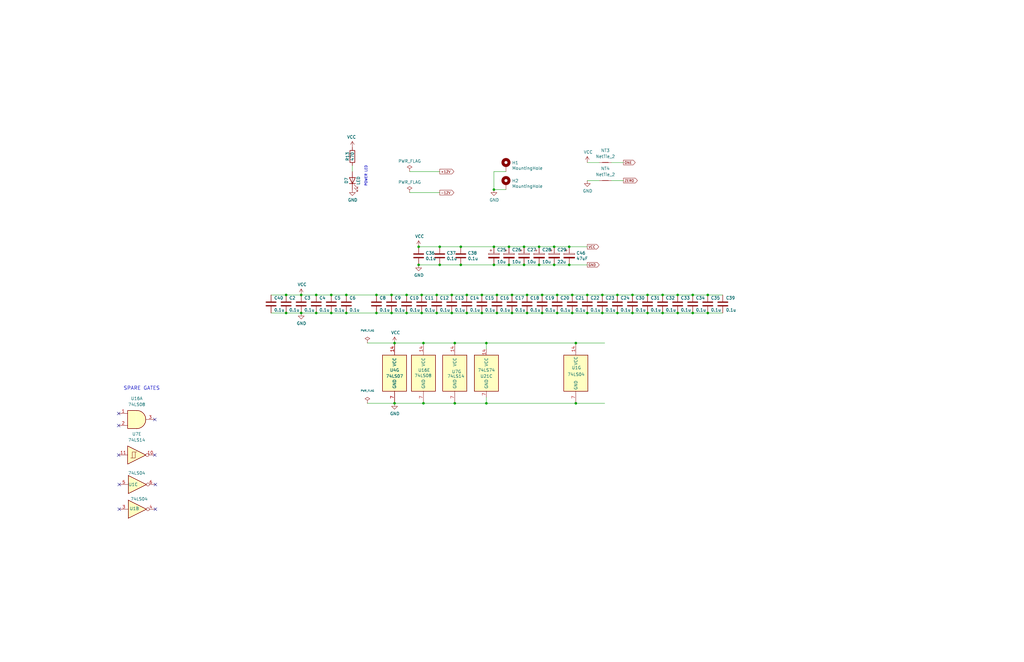
<source format=kicad_sch>
(kicad_sch (version 20211123) (generator eeschema)

  (uuid 6b243e9d-5e90-4a21-861b-d50de3ac528b)

  (paper "B")

  (title_block
    (title "Duodyne 6809 CPU board")
    (date "2024-01-14")
    (rev "V1.01")
  )

  (lib_symbols
    (symbol "74xx:74LS04" (in_bom yes) (on_board yes)
      (property "Reference" "U" (id 0) (at 0 1.27 0)
        (effects (font (size 1.27 1.27)))
      )
      (property "Value" "74LS04" (id 1) (at 0 -1.27 0)
        (effects (font (size 1.27 1.27)))
      )
      (property "Footprint" "" (id 2) (at 0 0 0)
        (effects (font (size 1.27 1.27)) hide)
      )
      (property "Datasheet" "http://www.ti.com/lit/gpn/sn74LS04" (id 3) (at 0 0 0)
        (effects (font (size 1.27 1.27)) hide)
      )
      (property "ki_locked" "" (id 4) (at 0 0 0)
        (effects (font (size 1.27 1.27)))
      )
      (property "ki_keywords" "TTL not inv" (id 5) (at 0 0 0)
        (effects (font (size 1.27 1.27)) hide)
      )
      (property "ki_description" "Hex Inverter" (id 6) (at 0 0 0)
        (effects (font (size 1.27 1.27)) hide)
      )
      (property "ki_fp_filters" "DIP*W7.62mm* SSOP?14* TSSOP?14*" (id 7) (at 0 0 0)
        (effects (font (size 1.27 1.27)) hide)
      )
      (symbol "74LS04_1_0"
        (polyline
          (pts
            (xy -3.81 3.81)
            (xy -3.81 -3.81)
            (xy 3.81 0)
            (xy -3.81 3.81)
          )
          (stroke (width 0.254) (type default) (color 0 0 0 0))
          (fill (type background))
        )
        (pin input line (at -7.62 0 0) (length 3.81)
          (name "~" (effects (font (size 1.27 1.27))))
          (number "1" (effects (font (size 1.27 1.27))))
        )
        (pin output inverted (at 7.62 0 180) (length 3.81)
          (name "~" (effects (font (size 1.27 1.27))))
          (number "2" (effects (font (size 1.27 1.27))))
        )
      )
      (symbol "74LS04_2_0"
        (polyline
          (pts
            (xy -3.81 3.81)
            (xy -3.81 -3.81)
            (xy 3.81 0)
            (xy -3.81 3.81)
          )
          (stroke (width 0.254) (type default) (color 0 0 0 0))
          (fill (type background))
        )
        (pin input line (at -7.62 0 0) (length 3.81)
          (name "~" (effects (font (size 1.27 1.27))))
          (number "3" (effects (font (size 1.27 1.27))))
        )
        (pin output inverted (at 7.62 0 180) (length 3.81)
          (name "~" (effects (font (size 1.27 1.27))))
          (number "4" (effects (font (size 1.27 1.27))))
        )
      )
      (symbol "74LS04_3_0"
        (polyline
          (pts
            (xy -3.81 3.81)
            (xy -3.81 -3.81)
            (xy 3.81 0)
            (xy -3.81 3.81)
          )
          (stroke (width 0.254) (type default) (color 0 0 0 0))
          (fill (type background))
        )
        (pin input line (at -7.62 0 0) (length 3.81)
          (name "~" (effects (font (size 1.27 1.27))))
          (number "5" (effects (font (size 1.27 1.27))))
        )
        (pin output inverted (at 7.62 0 180) (length 3.81)
          (name "~" (effects (font (size 1.27 1.27))))
          (number "6" (effects (font (size 1.27 1.27))))
        )
      )
      (symbol "74LS04_4_0"
        (polyline
          (pts
            (xy -3.81 3.81)
            (xy -3.81 -3.81)
            (xy 3.81 0)
            (xy -3.81 3.81)
          )
          (stroke (width 0.254) (type default) (color 0 0 0 0))
          (fill (type background))
        )
        (pin output inverted (at 7.62 0 180) (length 3.81)
          (name "~" (effects (font (size 1.27 1.27))))
          (number "8" (effects (font (size 1.27 1.27))))
        )
        (pin input line (at -7.62 0 0) (length 3.81)
          (name "~" (effects (font (size 1.27 1.27))))
          (number "9" (effects (font (size 1.27 1.27))))
        )
      )
      (symbol "74LS04_5_0"
        (polyline
          (pts
            (xy -3.81 3.81)
            (xy -3.81 -3.81)
            (xy 3.81 0)
            (xy -3.81 3.81)
          )
          (stroke (width 0.254) (type default) (color 0 0 0 0))
          (fill (type background))
        )
        (pin output inverted (at 7.62 0 180) (length 3.81)
          (name "~" (effects (font (size 1.27 1.27))))
          (number "10" (effects (font (size 1.27 1.27))))
        )
        (pin input line (at -7.62 0 0) (length 3.81)
          (name "~" (effects (font (size 1.27 1.27))))
          (number "11" (effects (font (size 1.27 1.27))))
        )
      )
      (symbol "74LS04_6_0"
        (polyline
          (pts
            (xy -3.81 3.81)
            (xy -3.81 -3.81)
            (xy 3.81 0)
            (xy -3.81 3.81)
          )
          (stroke (width 0.254) (type default) (color 0 0 0 0))
          (fill (type background))
        )
        (pin output inverted (at 7.62 0 180) (length 3.81)
          (name "~" (effects (font (size 1.27 1.27))))
          (number "12" (effects (font (size 1.27 1.27))))
        )
        (pin input line (at -7.62 0 0) (length 3.81)
          (name "~" (effects (font (size 1.27 1.27))))
          (number "13" (effects (font (size 1.27 1.27))))
        )
      )
      (symbol "74LS04_7_0"
        (pin power_in line (at 0 12.7 270) (length 5.08)
          (name "VCC" (effects (font (size 1.27 1.27))))
          (number "14" (effects (font (size 1.27 1.27))))
        )
        (pin power_in line (at 0 -12.7 90) (length 5.08)
          (name "GND" (effects (font (size 1.27 1.27))))
          (number "7" (effects (font (size 1.27 1.27))))
        )
      )
      (symbol "74LS04_7_1"
        (rectangle (start -5.08 7.62) (end 5.08 -7.62)
          (stroke (width 0.254) (type default) (color 0 0 0 0))
          (fill (type background))
        )
      )
    )
    (symbol "74xx:74LS07" (pin_names (offset 1.016)) (in_bom yes) (on_board yes)
      (property "Reference" "U" (id 0) (at 0 1.27 0)
        (effects (font (size 1.27 1.27)))
      )
      (property "Value" "74LS07" (id 1) (at 0 -1.27 0)
        (effects (font (size 1.27 1.27)))
      )
      (property "Footprint" "" (id 2) (at 0 0 0)
        (effects (font (size 1.27 1.27)) hide)
      )
      (property "Datasheet" "www.ti.com/lit/ds/symlink/sn74ls07.pdf" (id 3) (at 0 0 0)
        (effects (font (size 1.27 1.27)) hide)
      )
      (property "ki_locked" "" (id 4) (at 0 0 0)
        (effects (font (size 1.27 1.27)))
      )
      (property "ki_keywords" "TTL hex buffer OpenCol" (id 5) (at 0 0 0)
        (effects (font (size 1.27 1.27)) hide)
      )
      (property "ki_description" "Hex Buffers and Drivers With Open Collector High Voltage Outputs" (id 6) (at 0 0 0)
        (effects (font (size 1.27 1.27)) hide)
      )
      (property "ki_fp_filters" "SOIC*3.9x8.7mm*P1.27mm* TSSOP*4.4x5mm*P0.65mm* DIP*W7.62mm*" (id 7) (at 0 0 0)
        (effects (font (size 1.27 1.27)) hide)
      )
      (symbol "74LS07_1_0"
        (polyline
          (pts
            (xy -3.81 3.81)
            (xy -3.81 -3.81)
            (xy 3.81 0)
            (xy -3.81 3.81)
          )
          (stroke (width 0.254) (type default) (color 0 0 0 0))
          (fill (type background))
        )
        (pin input line (at -7.62 0 0) (length 3.81)
          (name "~" (effects (font (size 1.27 1.27))))
          (number "1" (effects (font (size 1.27 1.27))))
        )
        (pin open_collector line (at 7.62 0 180) (length 3.81)
          (name "~" (effects (font (size 1.27 1.27))))
          (number "2" (effects (font (size 1.27 1.27))))
        )
      )
      (symbol "74LS07_2_0"
        (polyline
          (pts
            (xy -3.81 3.81)
            (xy -3.81 -3.81)
            (xy 3.81 0)
            (xy -3.81 3.81)
          )
          (stroke (width 0.254) (type default) (color 0 0 0 0))
          (fill (type background))
        )
        (pin input line (at -7.62 0 0) (length 3.81)
          (name "~" (effects (font (size 1.27 1.27))))
          (number "3" (effects (font (size 1.27 1.27))))
        )
        (pin open_collector line (at 7.62 0 180) (length 3.81)
          (name "~" (effects (font (size 1.27 1.27))))
          (number "4" (effects (font (size 1.27 1.27))))
        )
      )
      (symbol "74LS07_3_0"
        (polyline
          (pts
            (xy -3.81 3.81)
            (xy -3.81 -3.81)
            (xy 3.81 0)
            (xy -3.81 3.81)
          )
          (stroke (width 0.254) (type default) (color 0 0 0 0))
          (fill (type background))
        )
        (pin input line (at -7.62 0 0) (length 3.81)
          (name "~" (effects (font (size 1.27 1.27))))
          (number "5" (effects (font (size 1.27 1.27))))
        )
        (pin open_collector line (at 7.62 0 180) (length 3.81)
          (name "~" (effects (font (size 1.27 1.27))))
          (number "6" (effects (font (size 1.27 1.27))))
        )
      )
      (symbol "74LS07_4_0"
        (polyline
          (pts
            (xy -3.81 3.81)
            (xy -3.81 -3.81)
            (xy 3.81 0)
            (xy -3.81 3.81)
          )
          (stroke (width 0.254) (type default) (color 0 0 0 0))
          (fill (type background))
        )
        (pin open_collector line (at 7.62 0 180) (length 3.81)
          (name "~" (effects (font (size 1.27 1.27))))
          (number "8" (effects (font (size 1.27 1.27))))
        )
        (pin input line (at -7.62 0 0) (length 3.81)
          (name "~" (effects (font (size 1.27 1.27))))
          (number "9" (effects (font (size 1.27 1.27))))
        )
      )
      (symbol "74LS07_5_0"
        (polyline
          (pts
            (xy -3.81 3.81)
            (xy -3.81 -3.81)
            (xy 3.81 0)
            (xy -3.81 3.81)
          )
          (stroke (width 0.254) (type default) (color 0 0 0 0))
          (fill (type background))
        )
        (pin open_collector line (at 7.62 0 180) (length 3.81)
          (name "~" (effects (font (size 1.27 1.27))))
          (number "10" (effects (font (size 1.27 1.27))))
        )
        (pin input line (at -7.62 0 0) (length 3.81)
          (name "~" (effects (font (size 1.27 1.27))))
          (number "11" (effects (font (size 1.27 1.27))))
        )
      )
      (symbol "74LS07_6_0"
        (polyline
          (pts
            (xy -3.81 3.81)
            (xy -3.81 -3.81)
            (xy 3.81 0)
            (xy -3.81 3.81)
          )
          (stroke (width 0.254) (type default) (color 0 0 0 0))
          (fill (type background))
        )
        (pin open_collector line (at 7.62 0 180) (length 3.81)
          (name "~" (effects (font (size 1.27 1.27))))
          (number "12" (effects (font (size 1.27 1.27))))
        )
        (pin input line (at -7.62 0 0) (length 3.81)
          (name "~" (effects (font (size 1.27 1.27))))
          (number "13" (effects (font (size 1.27 1.27))))
        )
      )
      (symbol "74LS07_7_0"
        (pin power_in line (at 0 12.7 270) (length 5.08)
          (name "VCC" (effects (font (size 1.27 1.27))))
          (number "14" (effects (font (size 1.27 1.27))))
        )
        (pin power_in line (at 0 -12.7 90) (length 5.08)
          (name "GND" (effects (font (size 1.27 1.27))))
          (number "7" (effects (font (size 1.27 1.27))))
        )
      )
      (symbol "74LS07_7_1"
        (rectangle (start -5.08 7.62) (end 5.08 -7.62)
          (stroke (width 0.254) (type default) (color 0 0 0 0))
          (fill (type background))
        )
      )
    )
    (symbol "74xx:74LS08" (pin_names (offset 1.016)) (in_bom yes) (on_board yes)
      (property "Reference" "U" (id 0) (at 0 1.27 0)
        (effects (font (size 1.27 1.27)))
      )
      (property "Value" "74LS08" (id 1) (at 0 -1.27 0)
        (effects (font (size 1.27 1.27)))
      )
      (property "Footprint" "" (id 2) (at 0 0 0)
        (effects (font (size 1.27 1.27)) hide)
      )
      (property "Datasheet" "http://www.ti.com/lit/gpn/sn74LS08" (id 3) (at 0 0 0)
        (effects (font (size 1.27 1.27)) hide)
      )
      (property "ki_locked" "" (id 4) (at 0 0 0)
        (effects (font (size 1.27 1.27)))
      )
      (property "ki_keywords" "TTL and2" (id 5) (at 0 0 0)
        (effects (font (size 1.27 1.27)) hide)
      )
      (property "ki_description" "Quad And2" (id 6) (at 0 0 0)
        (effects (font (size 1.27 1.27)) hide)
      )
      (property "ki_fp_filters" "DIP*W7.62mm*" (id 7) (at 0 0 0)
        (effects (font (size 1.27 1.27)) hide)
      )
      (symbol "74LS08_1_1"
        (arc (start 0 -3.81) (mid 3.81 0) (end 0 3.81)
          (stroke (width 0.254) (type default) (color 0 0 0 0))
          (fill (type background))
        )
        (polyline
          (pts
            (xy 0 3.81)
            (xy -3.81 3.81)
            (xy -3.81 -3.81)
            (xy 0 -3.81)
          )
          (stroke (width 0.254) (type default) (color 0 0 0 0))
          (fill (type background))
        )
        (pin input line (at -7.62 2.54 0) (length 3.81)
          (name "~" (effects (font (size 1.27 1.27))))
          (number "1" (effects (font (size 1.27 1.27))))
        )
        (pin input line (at -7.62 -2.54 0) (length 3.81)
          (name "~" (effects (font (size 1.27 1.27))))
          (number "2" (effects (font (size 1.27 1.27))))
        )
        (pin output line (at 7.62 0 180) (length 3.81)
          (name "~" (effects (font (size 1.27 1.27))))
          (number "3" (effects (font (size 1.27 1.27))))
        )
      )
      (symbol "74LS08_1_2"
        (arc (start -3.81 -3.81) (mid -2.589 0) (end -3.81 3.81)
          (stroke (width 0.254) (type default) (color 0 0 0 0))
          (fill (type none))
        )
        (arc (start -0.6096 -3.81) (mid 2.1842 -2.5851) (end 3.81 0)
          (stroke (width 0.254) (type default) (color 0 0 0 0))
          (fill (type background))
        )
        (polyline
          (pts
            (xy -3.81 -3.81)
            (xy -0.635 -3.81)
          )
          (stroke (width 0.254) (type default) (color 0 0 0 0))
          (fill (type background))
        )
        (polyline
          (pts
            (xy -3.81 3.81)
            (xy -0.635 3.81)
          )
          (stroke (width 0.254) (type default) (color 0 0 0 0))
          (fill (type background))
        )
        (polyline
          (pts
            (xy -0.635 3.81)
            (xy -3.81 3.81)
            (xy -3.81 3.81)
            (xy -3.556 3.4036)
            (xy -3.0226 2.2606)
            (xy -2.6924 1.0414)
            (xy -2.6162 -0.254)
            (xy -2.7686 -1.4986)
            (xy -3.175 -2.7178)
            (xy -3.81 -3.81)
            (xy -3.81 -3.81)
            (xy -0.635 -3.81)
          )
          (stroke (width -25.4) (type default) (color 0 0 0 0))
          (fill (type background))
        )
        (arc (start 3.81 0) (mid 2.1915 2.5936) (end -0.6096 3.81)
          (stroke (width 0.254) (type default) (color 0 0 0 0))
          (fill (type background))
        )
        (pin input inverted (at -7.62 2.54 0) (length 4.318)
          (name "~" (effects (font (size 1.27 1.27))))
          (number "1" (effects (font (size 1.27 1.27))))
        )
        (pin input inverted (at -7.62 -2.54 0) (length 4.318)
          (name "~" (effects (font (size 1.27 1.27))))
          (number "2" (effects (font (size 1.27 1.27))))
        )
        (pin output inverted (at 7.62 0 180) (length 3.81)
          (name "~" (effects (font (size 1.27 1.27))))
          (number "3" (effects (font (size 1.27 1.27))))
        )
      )
      (symbol "74LS08_2_1"
        (arc (start 0 -3.81) (mid 3.81 0) (end 0 3.81)
          (stroke (width 0.254) (type default) (color 0 0 0 0))
          (fill (type background))
        )
        (polyline
          (pts
            (xy 0 3.81)
            (xy -3.81 3.81)
            (xy -3.81 -3.81)
            (xy 0 -3.81)
          )
          (stroke (width 0.254) (type default) (color 0 0 0 0))
          (fill (type background))
        )
        (pin input line (at -7.62 2.54 0) (length 3.81)
          (name "~" (effects (font (size 1.27 1.27))))
          (number "4" (effects (font (size 1.27 1.27))))
        )
        (pin input line (at -7.62 -2.54 0) (length 3.81)
          (name "~" (effects (font (size 1.27 1.27))))
          (number "5" (effects (font (size 1.27 1.27))))
        )
        (pin output line (at 7.62 0 180) (length 3.81)
          (name "~" (effects (font (size 1.27 1.27))))
          (number "6" (effects (font (size 1.27 1.27))))
        )
      )
      (symbol "74LS08_2_2"
        (arc (start -3.81 -3.81) (mid -2.589 0) (end -3.81 3.81)
          (stroke (width 0.254) (type default) (color 0 0 0 0))
          (fill (type none))
        )
        (arc (start -0.6096 -3.81) (mid 2.1842 -2.5851) (end 3.81 0)
          (stroke (width 0.254) (type default) (color 0 0 0 0))
          (fill (type background))
        )
        (polyline
          (pts
            (xy -3.81 -3.81)
            (xy -0.635 -3.81)
          )
          (stroke (width 0.254) (type default) (color 0 0 0 0))
          (fill (type background))
        )
        (polyline
          (pts
            (xy -3.81 3.81)
            (xy -0.635 3.81)
          )
          (stroke (width 0.254) (type default) (color 0 0 0 0))
          (fill (type background))
        )
        (polyline
          (pts
            (xy -0.635 3.81)
            (xy -3.81 3.81)
            (xy -3.81 3.81)
            (xy -3.556 3.4036)
            (xy -3.0226 2.2606)
            (xy -2.6924 1.0414)
            (xy -2.6162 -0.254)
            (xy -2.7686 -1.4986)
            (xy -3.175 -2.7178)
            (xy -3.81 -3.81)
            (xy -3.81 -3.81)
            (xy -0.635 -3.81)
          )
          (stroke (width -25.4) (type default) (color 0 0 0 0))
          (fill (type background))
        )
        (arc (start 3.81 0) (mid 2.1915 2.5936) (end -0.6096 3.81)
          (stroke (width 0.254) (type default) (color 0 0 0 0))
          (fill (type background))
        )
        (pin input inverted (at -7.62 2.54 0) (length 4.318)
          (name "~" (effects (font (size 1.27 1.27))))
          (number "4" (effects (font (size 1.27 1.27))))
        )
        (pin input inverted (at -7.62 -2.54 0) (length 4.318)
          (name "~" (effects (font (size 1.27 1.27))))
          (number "5" (effects (font (size 1.27 1.27))))
        )
        (pin output inverted (at 7.62 0 180) (length 3.81)
          (name "~" (effects (font (size 1.27 1.27))))
          (number "6" (effects (font (size 1.27 1.27))))
        )
      )
      (symbol "74LS08_3_1"
        (arc (start 0 -3.81) (mid 3.81 0) (end 0 3.81)
          (stroke (width 0.254) (type default) (color 0 0 0 0))
          (fill (type background))
        )
        (polyline
          (pts
            (xy 0 3.81)
            (xy -3.81 3.81)
            (xy -3.81 -3.81)
            (xy 0 -3.81)
          )
          (stroke (width 0.254) (type default) (color 0 0 0 0))
          (fill (type background))
        )
        (pin input line (at -7.62 -2.54 0) (length 3.81)
          (name "~" (effects (font (size 1.27 1.27))))
          (number "10" (effects (font (size 1.27 1.27))))
        )
        (pin output line (at 7.62 0 180) (length 3.81)
          (name "~" (effects (font (size 1.27 1.27))))
          (number "8" (effects (font (size 1.27 1.27))))
        )
        (pin input line (at -7.62 2.54 0) (length 3.81)
          (name "~" (effects (font (size 1.27 1.27))))
          (number "9" (effects (font (size 1.27 1.27))))
        )
      )
      (symbol "74LS08_3_2"
        (arc (start -3.81 -3.81) (mid -2.589 0) (end -3.81 3.81)
          (stroke (width 0.254) (type default) (color 0 0 0 0))
          (fill (type none))
        )
        (arc (start -0.6096 -3.81) (mid 2.1842 -2.5851) (end 3.81 0)
          (stroke (width 0.254) (type default) (color 0 0 0 0))
          (fill (type background))
        )
        (polyline
          (pts
            (xy -3.81 -3.81)
            (xy -0.635 -3.81)
          )
          (stroke (width 0.254) (type default) (color 0 0 0 0))
          (fill (type background))
        )
        (polyline
          (pts
            (xy -3.81 3.81)
            (xy -0.635 3.81)
          )
          (stroke (width 0.254) (type default) (color 0 0 0 0))
          (fill (type background))
        )
        (polyline
          (pts
            (xy -0.635 3.81)
            (xy -3.81 3.81)
            (xy -3.81 3.81)
            (xy -3.556 3.4036)
            (xy -3.0226 2.2606)
            (xy -2.6924 1.0414)
            (xy -2.6162 -0.254)
            (xy -2.7686 -1.4986)
            (xy -3.175 -2.7178)
            (xy -3.81 -3.81)
            (xy -3.81 -3.81)
            (xy -0.635 -3.81)
          )
          (stroke (width -25.4) (type default) (color 0 0 0 0))
          (fill (type background))
        )
        (arc (start 3.81 0) (mid 2.1915 2.5936) (end -0.6096 3.81)
          (stroke (width 0.254) (type default) (color 0 0 0 0))
          (fill (type background))
        )
        (pin input inverted (at -7.62 -2.54 0) (length 4.318)
          (name "~" (effects (font (size 1.27 1.27))))
          (number "10" (effects (font (size 1.27 1.27))))
        )
        (pin output inverted (at 7.62 0 180) (length 3.81)
          (name "~" (effects (font (size 1.27 1.27))))
          (number "8" (effects (font (size 1.27 1.27))))
        )
        (pin input inverted (at -7.62 2.54 0) (length 4.318)
          (name "~" (effects (font (size 1.27 1.27))))
          (number "9" (effects (font (size 1.27 1.27))))
        )
      )
      (symbol "74LS08_4_1"
        (arc (start 0 -3.81) (mid 3.81 0) (end 0 3.81)
          (stroke (width 0.254) (type default) (color 0 0 0 0))
          (fill (type background))
        )
        (polyline
          (pts
            (xy 0 3.81)
            (xy -3.81 3.81)
            (xy -3.81 -3.81)
            (xy 0 -3.81)
          )
          (stroke (width 0.254) (type default) (color 0 0 0 0))
          (fill (type background))
        )
        (pin output line (at 7.62 0 180) (length 3.81)
          (name "~" (effects (font (size 1.27 1.27))))
          (number "11" (effects (font (size 1.27 1.27))))
        )
        (pin input line (at -7.62 2.54 0) (length 3.81)
          (name "~" (effects (font (size 1.27 1.27))))
          (number "12" (effects (font (size 1.27 1.27))))
        )
        (pin input line (at -7.62 -2.54 0) (length 3.81)
          (name "~" (effects (font (size 1.27 1.27))))
          (number "13" (effects (font (size 1.27 1.27))))
        )
      )
      (symbol "74LS08_4_2"
        (arc (start -3.81 -3.81) (mid -2.589 0) (end -3.81 3.81)
          (stroke (width 0.254) (type default) (color 0 0 0 0))
          (fill (type none))
        )
        (arc (start -0.6096 -3.81) (mid 2.1842 -2.5851) (end 3.81 0)
          (stroke (width 0.254) (type default) (color 0 0 0 0))
          (fill (type background))
        )
        (polyline
          (pts
            (xy -3.81 -3.81)
            (xy -0.635 -3.81)
          )
          (stroke (width 0.254) (type default) (color 0 0 0 0))
          (fill (type background))
        )
        (polyline
          (pts
            (xy -3.81 3.81)
            (xy -0.635 3.81)
          )
          (stroke (width 0.254) (type default) (color 0 0 0 0))
          (fill (type background))
        )
        (polyline
          (pts
            (xy -0.635 3.81)
            (xy -3.81 3.81)
            (xy -3.81 3.81)
            (xy -3.556 3.4036)
            (xy -3.0226 2.2606)
            (xy -2.6924 1.0414)
            (xy -2.6162 -0.254)
            (xy -2.7686 -1.4986)
            (xy -3.175 -2.7178)
            (xy -3.81 -3.81)
            (xy -3.81 -3.81)
            (xy -0.635 -3.81)
          )
          (stroke (width -25.4) (type default) (color 0 0 0 0))
          (fill (type background))
        )
        (arc (start 3.81 0) (mid 2.1915 2.5936) (end -0.6096 3.81)
          (stroke (width 0.254) (type default) (color 0 0 0 0))
          (fill (type background))
        )
        (pin output inverted (at 7.62 0 180) (length 3.81)
          (name "~" (effects (font (size 1.27 1.27))))
          (number "11" (effects (font (size 1.27 1.27))))
        )
        (pin input inverted (at -7.62 2.54 0) (length 4.318)
          (name "~" (effects (font (size 1.27 1.27))))
          (number "12" (effects (font (size 1.27 1.27))))
        )
        (pin input inverted (at -7.62 -2.54 0) (length 4.318)
          (name "~" (effects (font (size 1.27 1.27))))
          (number "13" (effects (font (size 1.27 1.27))))
        )
      )
      (symbol "74LS08_5_0"
        (pin power_in line (at 0 12.7 270) (length 5.08)
          (name "VCC" (effects (font (size 1.27 1.27))))
          (number "14" (effects (font (size 1.27 1.27))))
        )
        (pin power_in line (at 0 -12.7 90) (length 5.08)
          (name "GND" (effects (font (size 1.27 1.27))))
          (number "7" (effects (font (size 1.27 1.27))))
        )
      )
      (symbol "74LS08_5_1"
        (rectangle (start -5.08 7.62) (end 5.08 -7.62)
          (stroke (width 0.254) (type default) (color 0 0 0 0))
          (fill (type background))
        )
      )
    )
    (symbol "74xx:74LS14" (pin_names (offset 1.016)) (in_bom yes) (on_board yes)
      (property "Reference" "U" (id 0) (at 0 1.27 0)
        (effects (font (size 1.27 1.27)))
      )
      (property "Value" "74LS14" (id 1) (at 0 -1.27 0)
        (effects (font (size 1.27 1.27)))
      )
      (property "Footprint" "" (id 2) (at 0 0 0)
        (effects (font (size 1.27 1.27)) hide)
      )
      (property "Datasheet" "http://www.ti.com/lit/gpn/sn74LS14" (id 3) (at 0 0 0)
        (effects (font (size 1.27 1.27)) hide)
      )
      (property "ki_locked" "" (id 4) (at 0 0 0)
        (effects (font (size 1.27 1.27)))
      )
      (property "ki_keywords" "TTL not inverter" (id 5) (at 0 0 0)
        (effects (font (size 1.27 1.27)) hide)
      )
      (property "ki_description" "Hex inverter schmitt trigger" (id 6) (at 0 0 0)
        (effects (font (size 1.27 1.27)) hide)
      )
      (property "ki_fp_filters" "DIP*W7.62mm*" (id 7) (at 0 0 0)
        (effects (font (size 1.27 1.27)) hide)
      )
      (symbol "74LS14_1_0"
        (polyline
          (pts
            (xy -3.81 3.81)
            (xy -3.81 -3.81)
            (xy 3.81 0)
            (xy -3.81 3.81)
          )
          (stroke (width 0.254) (type default) (color 0 0 0 0))
          (fill (type background))
        )
        (pin input line (at -7.62 0 0) (length 3.81)
          (name "~" (effects (font (size 1.27 1.27))))
          (number "1" (effects (font (size 1.27 1.27))))
        )
        (pin output inverted (at 7.62 0 180) (length 3.81)
          (name "~" (effects (font (size 1.27 1.27))))
          (number "2" (effects (font (size 1.27 1.27))))
        )
      )
      (symbol "74LS14_1_1"
        (polyline
          (pts
            (xy -1.905 -1.27)
            (xy -1.905 1.27)
            (xy -0.635 1.27)
          )
          (stroke (width 0) (type default) (color 0 0 0 0))
          (fill (type none))
        )
        (polyline
          (pts
            (xy -2.54 -1.27)
            (xy -0.635 -1.27)
            (xy -0.635 1.27)
            (xy 0 1.27)
          )
          (stroke (width 0) (type default) (color 0 0 0 0))
          (fill (type none))
        )
      )
      (symbol "74LS14_2_0"
        (polyline
          (pts
            (xy -3.81 3.81)
            (xy -3.81 -3.81)
            (xy 3.81 0)
            (xy -3.81 3.81)
          )
          (stroke (width 0.254) (type default) (color 0 0 0 0))
          (fill (type background))
        )
        (pin input line (at -7.62 0 0) (length 3.81)
          (name "~" (effects (font (size 1.27 1.27))))
          (number "3" (effects (font (size 1.27 1.27))))
        )
        (pin output inverted (at 7.62 0 180) (length 3.81)
          (name "~" (effects (font (size 1.27 1.27))))
          (number "4" (effects (font (size 1.27 1.27))))
        )
      )
      (symbol "74LS14_2_1"
        (polyline
          (pts
            (xy -1.905 -1.27)
            (xy -1.905 1.27)
            (xy -0.635 1.27)
          )
          (stroke (width 0) (type default) (color 0 0 0 0))
          (fill (type none))
        )
        (polyline
          (pts
            (xy -2.54 -1.27)
            (xy -0.635 -1.27)
            (xy -0.635 1.27)
            (xy 0 1.27)
          )
          (stroke (width 0) (type default) (color 0 0 0 0))
          (fill (type none))
        )
      )
      (symbol "74LS14_3_0"
        (polyline
          (pts
            (xy -3.81 3.81)
            (xy -3.81 -3.81)
            (xy 3.81 0)
            (xy -3.81 3.81)
          )
          (stroke (width 0.254) (type default) (color 0 0 0 0))
          (fill (type background))
        )
        (pin input line (at -7.62 0 0) (length 3.81)
          (name "~" (effects (font (size 1.27 1.27))))
          (number "5" (effects (font (size 1.27 1.27))))
        )
        (pin output inverted (at 7.62 0 180) (length 3.81)
          (name "~" (effects (font (size 1.27 1.27))))
          (number "6" (effects (font (size 1.27 1.27))))
        )
      )
      (symbol "74LS14_3_1"
        (polyline
          (pts
            (xy -1.905 -1.27)
            (xy -1.905 1.27)
            (xy -0.635 1.27)
          )
          (stroke (width 0) (type default) (color 0 0 0 0))
          (fill (type none))
        )
        (polyline
          (pts
            (xy -2.54 -1.27)
            (xy -0.635 -1.27)
            (xy -0.635 1.27)
            (xy 0 1.27)
          )
          (stroke (width 0) (type default) (color 0 0 0 0))
          (fill (type none))
        )
      )
      (symbol "74LS14_4_0"
        (polyline
          (pts
            (xy -3.81 3.81)
            (xy -3.81 -3.81)
            (xy 3.81 0)
            (xy -3.81 3.81)
          )
          (stroke (width 0.254) (type default) (color 0 0 0 0))
          (fill (type background))
        )
        (pin output inverted (at 7.62 0 180) (length 3.81)
          (name "~" (effects (font (size 1.27 1.27))))
          (number "8" (effects (font (size 1.27 1.27))))
        )
        (pin input line (at -7.62 0 0) (length 3.81)
          (name "~" (effects (font (size 1.27 1.27))))
          (number "9" (effects (font (size 1.27 1.27))))
        )
      )
      (symbol "74LS14_4_1"
        (polyline
          (pts
            (xy -1.905 -1.27)
            (xy -1.905 1.27)
            (xy -0.635 1.27)
          )
          (stroke (width 0) (type default) (color 0 0 0 0))
          (fill (type none))
        )
        (polyline
          (pts
            (xy -2.54 -1.27)
            (xy -0.635 -1.27)
            (xy -0.635 1.27)
            (xy 0 1.27)
          )
          (stroke (width 0) (type default) (color 0 0 0 0))
          (fill (type none))
        )
      )
      (symbol "74LS14_5_0"
        (polyline
          (pts
            (xy -3.81 3.81)
            (xy -3.81 -3.81)
            (xy 3.81 0)
            (xy -3.81 3.81)
          )
          (stroke (width 0.254) (type default) (color 0 0 0 0))
          (fill (type background))
        )
        (pin output inverted (at 7.62 0 180) (length 3.81)
          (name "~" (effects (font (size 1.27 1.27))))
          (number "10" (effects (font (size 1.27 1.27))))
        )
        (pin input line (at -7.62 0 0) (length 3.81)
          (name "~" (effects (font (size 1.27 1.27))))
          (number "11" (effects (font (size 1.27 1.27))))
        )
      )
      (symbol "74LS14_5_1"
        (polyline
          (pts
            (xy -1.905 -1.27)
            (xy -1.905 1.27)
            (xy -0.635 1.27)
          )
          (stroke (width 0) (type default) (color 0 0 0 0))
          (fill (type none))
        )
        (polyline
          (pts
            (xy -2.54 -1.27)
            (xy -0.635 -1.27)
            (xy -0.635 1.27)
            (xy 0 1.27)
          )
          (stroke (width 0) (type default) (color 0 0 0 0))
          (fill (type none))
        )
      )
      (symbol "74LS14_6_0"
        (polyline
          (pts
            (xy -3.81 3.81)
            (xy -3.81 -3.81)
            (xy 3.81 0)
            (xy -3.81 3.81)
          )
          (stroke (width 0.254) (type default) (color 0 0 0 0))
          (fill (type background))
        )
        (pin output inverted (at 7.62 0 180) (length 3.81)
          (name "~" (effects (font (size 1.27 1.27))))
          (number "12" (effects (font (size 1.27 1.27))))
        )
        (pin input line (at -7.62 0 0) (length 3.81)
          (name "~" (effects (font (size 1.27 1.27))))
          (number "13" (effects (font (size 1.27 1.27))))
        )
      )
      (symbol "74LS14_6_1"
        (polyline
          (pts
            (xy -1.905 -1.27)
            (xy -1.905 1.27)
            (xy -0.635 1.27)
          )
          (stroke (width 0) (type default) (color 0 0 0 0))
          (fill (type none))
        )
        (polyline
          (pts
            (xy -2.54 -1.27)
            (xy -0.635 -1.27)
            (xy -0.635 1.27)
            (xy 0 1.27)
          )
          (stroke (width 0) (type default) (color 0 0 0 0))
          (fill (type none))
        )
      )
      (symbol "74LS14_7_0"
        (pin power_in line (at 0 12.7 270) (length 5.08)
          (name "VCC" (effects (font (size 1.27 1.27))))
          (number "14" (effects (font (size 1.27 1.27))))
        )
        (pin power_in line (at 0 -12.7 90) (length 5.08)
          (name "GND" (effects (font (size 1.27 1.27))))
          (number "7" (effects (font (size 1.27 1.27))))
        )
      )
      (symbol "74LS14_7_1"
        (rectangle (start -5.08 7.62) (end 5.08 -7.62)
          (stroke (width 0.254) (type default) (color 0 0 0 0))
          (fill (type background))
        )
      )
    )
    (symbol "74xx:74LS74" (pin_names (offset 1.016)) (in_bom yes) (on_board yes)
      (property "Reference" "U" (id 0) (at -7.62 8.89 0)
        (effects (font (size 1.27 1.27)))
      )
      (property "Value" "74LS74" (id 1) (at -7.62 -8.89 0)
        (effects (font (size 1.27 1.27)))
      )
      (property "Footprint" "" (id 2) (at 0 0 0)
        (effects (font (size 1.27 1.27)) hide)
      )
      (property "Datasheet" "74xx/74hc_hct74.pdf" (id 3) (at 0 0 0)
        (effects (font (size 1.27 1.27)) hide)
      )
      (property "ki_locked" "" (id 4) (at 0 0 0)
        (effects (font (size 1.27 1.27)))
      )
      (property "ki_keywords" "TTL DFF" (id 5) (at 0 0 0)
        (effects (font (size 1.27 1.27)) hide)
      )
      (property "ki_description" "Dual D Flip-flop, Set & Reset" (id 6) (at 0 0 0)
        (effects (font (size 1.27 1.27)) hide)
      )
      (property "ki_fp_filters" "DIP*W7.62mm*" (id 7) (at 0 0 0)
        (effects (font (size 1.27 1.27)) hide)
      )
      (symbol "74LS74_1_0"
        (pin input line (at 0 -7.62 90) (length 2.54)
          (name "~{R}" (effects (font (size 1.27 1.27))))
          (number "1" (effects (font (size 1.27 1.27))))
        )
        (pin input line (at -7.62 2.54 0) (length 2.54)
          (name "D" (effects (font (size 1.27 1.27))))
          (number "2" (effects (font (size 1.27 1.27))))
        )
        (pin input clock (at -7.62 0 0) (length 2.54)
          (name "C" (effects (font (size 1.27 1.27))))
          (number "3" (effects (font (size 1.27 1.27))))
        )
        (pin input line (at 0 7.62 270) (length 2.54)
          (name "~{S}" (effects (font (size 1.27 1.27))))
          (number "4" (effects (font (size 1.27 1.27))))
        )
        (pin output line (at 7.62 2.54 180) (length 2.54)
          (name "Q" (effects (font (size 1.27 1.27))))
          (number "5" (effects (font (size 1.27 1.27))))
        )
        (pin output line (at 7.62 -2.54 180) (length 2.54)
          (name "~{Q}" (effects (font (size 1.27 1.27))))
          (number "6" (effects (font (size 1.27 1.27))))
        )
      )
      (symbol "74LS74_1_1"
        (rectangle (start -5.08 5.08) (end 5.08 -5.08)
          (stroke (width 0.254) (type default) (color 0 0 0 0))
          (fill (type background))
        )
      )
      (symbol "74LS74_2_0"
        (pin input line (at 0 7.62 270) (length 2.54)
          (name "~{S}" (effects (font (size 1.27 1.27))))
          (number "10" (effects (font (size 1.27 1.27))))
        )
        (pin input clock (at -7.62 0 0) (length 2.54)
          (name "C" (effects (font (size 1.27 1.27))))
          (number "11" (effects (font (size 1.27 1.27))))
        )
        (pin input line (at -7.62 2.54 0) (length 2.54)
          (name "D" (effects (font (size 1.27 1.27))))
          (number "12" (effects (font (size 1.27 1.27))))
        )
        (pin input line (at 0 -7.62 90) (length 2.54)
          (name "~{R}" (effects (font (size 1.27 1.27))))
          (number "13" (effects (font (size 1.27 1.27))))
        )
        (pin output line (at 7.62 -2.54 180) (length 2.54)
          (name "~{Q}" (effects (font (size 1.27 1.27))))
          (number "8" (effects (font (size 1.27 1.27))))
        )
        (pin output line (at 7.62 2.54 180) (length 2.54)
          (name "Q" (effects (font (size 1.27 1.27))))
          (number "9" (effects (font (size 1.27 1.27))))
        )
      )
      (symbol "74LS74_2_1"
        (rectangle (start -5.08 5.08) (end 5.08 -5.08)
          (stroke (width 0.254) (type default) (color 0 0 0 0))
          (fill (type background))
        )
      )
      (symbol "74LS74_3_0"
        (pin power_in line (at 0 10.16 270) (length 2.54)
          (name "VCC" (effects (font (size 1.27 1.27))))
          (number "14" (effects (font (size 1.27 1.27))))
        )
        (pin power_in line (at 0 -10.16 90) (length 2.54)
          (name "GND" (effects (font (size 1.27 1.27))))
          (number "7" (effects (font (size 1.27 1.27))))
        )
      )
      (symbol "74LS74_3_1"
        (rectangle (start -5.08 7.62) (end 5.08 -7.62)
          (stroke (width 0.254) (type default) (color 0 0 0 0))
          (fill (type background))
        )
      )
    )
    (symbol "Device:C" (pin_numbers hide) (pin_names (offset 0.254)) (in_bom yes) (on_board yes)
      (property "Reference" "C" (id 0) (at 0.635 2.54 0)
        (effects (font (size 1.27 1.27)) (justify left))
      )
      (property "Value" "C" (id 1) (at 0.635 -2.54 0)
        (effects (font (size 1.27 1.27)) (justify left))
      )
      (property "Footprint" "" (id 2) (at 0.9652 -3.81 0)
        (effects (font (size 1.27 1.27)) hide)
      )
      (property "Datasheet" "~" (id 3) (at 0 0 0)
        (effects (font (size 1.27 1.27)) hide)
      )
      (property "ki_keywords" "cap capacitor" (id 4) (at 0 0 0)
        (effects (font (size 1.27 1.27)) hide)
      )
      (property "ki_description" "Unpolarized capacitor" (id 5) (at 0 0 0)
        (effects (font (size 1.27 1.27)) hide)
      )
      (property "ki_fp_filters" "C_*" (id 6) (at 0 0 0)
        (effects (font (size 1.27 1.27)) hide)
      )
      (symbol "C_0_1"
        (polyline
          (pts
            (xy -2.032 -0.762)
            (xy 2.032 -0.762)
          )
          (stroke (width 0.508) (type default) (color 0 0 0 0))
          (fill (type none))
        )
        (polyline
          (pts
            (xy -2.032 0.762)
            (xy 2.032 0.762)
          )
          (stroke (width 0.508) (type default) (color 0 0 0 0))
          (fill (type none))
        )
      )
      (symbol "C_1_1"
        (pin passive line (at 0 3.81 270) (length 2.794)
          (name "~" (effects (font (size 1.27 1.27))))
          (number "1" (effects (font (size 1.27 1.27))))
        )
        (pin passive line (at 0 -3.81 90) (length 2.794)
          (name "~" (effects (font (size 1.27 1.27))))
          (number "2" (effects (font (size 1.27 1.27))))
        )
      )
    )
    (symbol "Device:C_Polarized" (pin_numbers hide) (pin_names (offset 0.254)) (in_bom yes) (on_board yes)
      (property "Reference" "C" (id 0) (at 0.635 2.54 0)
        (effects (font (size 1.27 1.27)) (justify left))
      )
      (property "Value" "C_Polarized" (id 1) (at 0.635 -2.54 0)
        (effects (font (size 1.27 1.27)) (justify left))
      )
      (property "Footprint" "" (id 2) (at 0.9652 -3.81 0)
        (effects (font (size 1.27 1.27)) hide)
      )
      (property "Datasheet" "~" (id 3) (at 0 0 0)
        (effects (font (size 1.27 1.27)) hide)
      )
      (property "ki_keywords" "cap capacitor" (id 4) (at 0 0 0)
        (effects (font (size 1.27 1.27)) hide)
      )
      (property "ki_description" "Polarized capacitor" (id 5) (at 0 0 0)
        (effects (font (size 1.27 1.27)) hide)
      )
      (property "ki_fp_filters" "CP_*" (id 6) (at 0 0 0)
        (effects (font (size 1.27 1.27)) hide)
      )
      (symbol "C_Polarized_0_1"
        (rectangle (start -2.286 0.508) (end 2.286 1.016)
          (stroke (width 0) (type default) (color 0 0 0 0))
          (fill (type none))
        )
        (polyline
          (pts
            (xy -1.778 2.286)
            (xy -0.762 2.286)
          )
          (stroke (width 0) (type default) (color 0 0 0 0))
          (fill (type none))
        )
        (polyline
          (pts
            (xy -1.27 2.794)
            (xy -1.27 1.778)
          )
          (stroke (width 0) (type default) (color 0 0 0 0))
          (fill (type none))
        )
        (rectangle (start 2.286 -0.508) (end -2.286 -1.016)
          (stroke (width 0) (type default) (color 0 0 0 0))
          (fill (type outline))
        )
      )
      (symbol "C_Polarized_1_1"
        (pin passive line (at 0 3.81 270) (length 2.794)
          (name "~" (effects (font (size 1.27 1.27))))
          (number "1" (effects (font (size 1.27 1.27))))
        )
        (pin passive line (at 0 -3.81 90) (length 2.794)
          (name "~" (effects (font (size 1.27 1.27))))
          (number "2" (effects (font (size 1.27 1.27))))
        )
      )
    )
    (symbol "Device:LED" (pin_numbers hide) (pin_names (offset 1.016) hide) (in_bom yes) (on_board yes)
      (property "Reference" "D" (id 0) (at 0 2.54 0)
        (effects (font (size 1.27 1.27)))
      )
      (property "Value" "LED" (id 1) (at 0 -2.54 0)
        (effects (font (size 1.27 1.27)))
      )
      (property "Footprint" "" (id 2) (at 0 0 0)
        (effects (font (size 1.27 1.27)) hide)
      )
      (property "Datasheet" "~" (id 3) (at 0 0 0)
        (effects (font (size 1.27 1.27)) hide)
      )
      (property "ki_keywords" "LED diode" (id 4) (at 0 0 0)
        (effects (font (size 1.27 1.27)) hide)
      )
      (property "ki_description" "Light emitting diode" (id 5) (at 0 0 0)
        (effects (font (size 1.27 1.27)) hide)
      )
      (property "ki_fp_filters" "LED* LED_SMD:* LED_THT:*" (id 6) (at 0 0 0)
        (effects (font (size 1.27 1.27)) hide)
      )
      (symbol "LED_0_1"
        (polyline
          (pts
            (xy -1.27 -1.27)
            (xy -1.27 1.27)
          )
          (stroke (width 0.254) (type default) (color 0 0 0 0))
          (fill (type none))
        )
        (polyline
          (pts
            (xy -1.27 0)
            (xy 1.27 0)
          )
          (stroke (width 0) (type default) (color 0 0 0 0))
          (fill (type none))
        )
        (polyline
          (pts
            (xy 1.27 -1.27)
            (xy 1.27 1.27)
            (xy -1.27 0)
            (xy 1.27 -1.27)
          )
          (stroke (width 0.254) (type default) (color 0 0 0 0))
          (fill (type none))
        )
        (polyline
          (pts
            (xy -3.048 -0.762)
            (xy -4.572 -2.286)
            (xy -3.81 -2.286)
            (xy -4.572 -2.286)
            (xy -4.572 -1.524)
          )
          (stroke (width 0) (type default) (color 0 0 0 0))
          (fill (type none))
        )
        (polyline
          (pts
            (xy -1.778 -0.762)
            (xy -3.302 -2.286)
            (xy -2.54 -2.286)
            (xy -3.302 -2.286)
            (xy -3.302 -1.524)
          )
          (stroke (width 0) (type default) (color 0 0 0 0))
          (fill (type none))
        )
      )
      (symbol "LED_1_1"
        (pin passive line (at -3.81 0 0) (length 2.54)
          (name "K" (effects (font (size 1.27 1.27))))
          (number "1" (effects (font (size 1.27 1.27))))
        )
        (pin passive line (at 3.81 0 180) (length 2.54)
          (name "A" (effects (font (size 1.27 1.27))))
          (number "2" (effects (font (size 1.27 1.27))))
        )
      )
    )
    (symbol "Device:NetTie_2" (pin_numbers hide) (pin_names (offset 0) hide) (in_bom no) (on_board yes)
      (property "Reference" "NT" (id 0) (at 0 1.27 0)
        (effects (font (size 1.27 1.27)))
      )
      (property "Value" "NetTie_2" (id 1) (at 0 -1.27 0)
        (effects (font (size 1.27 1.27)))
      )
      (property "Footprint" "" (id 2) (at 0 0 0)
        (effects (font (size 1.27 1.27)) hide)
      )
      (property "Datasheet" "~" (id 3) (at 0 0 0)
        (effects (font (size 1.27 1.27)) hide)
      )
      (property "ki_keywords" "net tie short" (id 4) (at 0 0 0)
        (effects (font (size 1.27 1.27)) hide)
      )
      (property "ki_description" "Net tie, 2 pins" (id 5) (at 0 0 0)
        (effects (font (size 1.27 1.27)) hide)
      )
      (property "ki_fp_filters" "Net*Tie*" (id 6) (at 0 0 0)
        (effects (font (size 1.27 1.27)) hide)
      )
      (symbol "NetTie_2_0_1"
        (polyline
          (pts
            (xy -1.27 0)
            (xy 1.27 0)
          )
          (stroke (width 0.254) (type default) (color 0 0 0 0))
          (fill (type none))
        )
      )
      (symbol "NetTie_2_1_1"
        (pin passive line (at -2.54 0 0) (length 2.54)
          (name "1" (effects (font (size 1.27 1.27))))
          (number "1" (effects (font (size 1.27 1.27))))
        )
        (pin passive line (at 2.54 0 180) (length 2.54)
          (name "2" (effects (font (size 1.27 1.27))))
          (number "2" (effects (font (size 1.27 1.27))))
        )
      )
    )
    (symbol "Device:R" (pin_numbers hide) (pin_names (offset 0)) (in_bom yes) (on_board yes)
      (property "Reference" "R" (id 0) (at 2.032 0 90)
        (effects (font (size 1.27 1.27)))
      )
      (property "Value" "R" (id 1) (at 0 0 90)
        (effects (font (size 1.27 1.27)))
      )
      (property "Footprint" "" (id 2) (at -1.778 0 90)
        (effects (font (size 1.27 1.27)) hide)
      )
      (property "Datasheet" "~" (id 3) (at 0 0 0)
        (effects (font (size 1.27 1.27)) hide)
      )
      (property "ki_keywords" "R res resistor" (id 4) (at 0 0 0)
        (effects (font (size 1.27 1.27)) hide)
      )
      (property "ki_description" "Resistor" (id 5) (at 0 0 0)
        (effects (font (size 1.27 1.27)) hide)
      )
      (property "ki_fp_filters" "R_*" (id 6) (at 0 0 0)
        (effects (font (size 1.27 1.27)) hide)
      )
      (symbol "R_0_1"
        (rectangle (start -1.016 -2.54) (end 1.016 2.54)
          (stroke (width 0.254) (type default) (color 0 0 0 0))
          (fill (type none))
        )
      )
      (symbol "R_1_1"
        (pin passive line (at 0 3.81 270) (length 1.27)
          (name "~" (effects (font (size 1.27 1.27))))
          (number "1" (effects (font (size 1.27 1.27))))
        )
        (pin passive line (at 0 -3.81 90) (length 1.27)
          (name "~" (effects (font (size 1.27 1.27))))
          (number "2" (effects (font (size 1.27 1.27))))
        )
      )
    )
    (symbol "Mechanical:MountingHole_Pad" (pin_numbers hide) (pin_names (offset 1.016) hide) (in_bom yes) (on_board yes)
      (property "Reference" "H" (id 0) (at 0 6.35 0)
        (effects (font (size 1.27 1.27)))
      )
      (property "Value" "MountingHole_Pad" (id 1) (at 0 4.445 0)
        (effects (font (size 1.27 1.27)))
      )
      (property "Footprint" "" (id 2) (at 0 0 0)
        (effects (font (size 1.27 1.27)) hide)
      )
      (property "Datasheet" "~" (id 3) (at 0 0 0)
        (effects (font (size 1.27 1.27)) hide)
      )
      (property "ki_keywords" "mounting hole" (id 4) (at 0 0 0)
        (effects (font (size 1.27 1.27)) hide)
      )
      (property "ki_description" "Mounting Hole with connection" (id 5) (at 0 0 0)
        (effects (font (size 1.27 1.27)) hide)
      )
      (property "ki_fp_filters" "MountingHole*Pad*" (id 6) (at 0 0 0)
        (effects (font (size 1.27 1.27)) hide)
      )
      (symbol "MountingHole_Pad_0_1"
        (circle (center 0 1.27) (radius 1.27)
          (stroke (width 1.27) (type default) (color 0 0 0 0))
          (fill (type none))
        )
      )
      (symbol "MountingHole_Pad_1_1"
        (pin input line (at 0 -2.54 90) (length 2.54)
          (name "1" (effects (font (size 1.27 1.27))))
          (number "1" (effects (font (size 1.27 1.27))))
        )
      )
    )
    (symbol "power:GND" (power) (pin_names (offset 0)) (in_bom yes) (on_board yes)
      (property "Reference" "#PWR" (id 0) (at 0 -6.35 0)
        (effects (font (size 1.27 1.27)) hide)
      )
      (property "Value" "GND" (id 1) (at 0 -3.81 0)
        (effects (font (size 1.27 1.27)))
      )
      (property "Footprint" "" (id 2) (at 0 0 0)
        (effects (font (size 1.27 1.27)) hide)
      )
      (property "Datasheet" "" (id 3) (at 0 0 0)
        (effects (font (size 1.27 1.27)) hide)
      )
      (property "ki_keywords" "global power" (id 4) (at 0 0 0)
        (effects (font (size 1.27 1.27)) hide)
      )
      (property "ki_description" "Power symbol creates a global label with name \"GND\" , ground" (id 5) (at 0 0 0)
        (effects (font (size 1.27 1.27)) hide)
      )
      (symbol "GND_0_1"
        (polyline
          (pts
            (xy 0 0)
            (xy 0 -1.27)
            (xy 1.27 -1.27)
            (xy 0 -2.54)
            (xy -1.27 -1.27)
            (xy 0 -1.27)
          )
          (stroke (width 0) (type default) (color 0 0 0 0))
          (fill (type none))
        )
      )
      (symbol "GND_1_1"
        (pin power_in line (at 0 0 270) (length 0) hide
          (name "GND" (effects (font (size 1.27 1.27))))
          (number "1" (effects (font (size 1.27 1.27))))
        )
      )
    )
    (symbol "power:PWR_FLAG" (power) (pin_numbers hide) (pin_names (offset 0) hide) (in_bom yes) (on_board yes)
      (property "Reference" "#FLG" (id 0) (at 0 1.905 0)
        (effects (font (size 1.27 1.27)) hide)
      )
      (property "Value" "PWR_FLAG" (id 1) (at 0 3.81 0)
        (effects (font (size 1.27 1.27)))
      )
      (property "Footprint" "" (id 2) (at 0 0 0)
        (effects (font (size 1.27 1.27)) hide)
      )
      (property "Datasheet" "~" (id 3) (at 0 0 0)
        (effects (font (size 1.27 1.27)) hide)
      )
      (property "ki_keywords" "flag power" (id 4) (at 0 0 0)
        (effects (font (size 1.27 1.27)) hide)
      )
      (property "ki_description" "Special symbol for telling ERC where power comes from" (id 5) (at 0 0 0)
        (effects (font (size 1.27 1.27)) hide)
      )
      (symbol "PWR_FLAG_0_0"
        (pin power_out line (at 0 0 90) (length 0)
          (name "pwr" (effects (font (size 1.27 1.27))))
          (number "1" (effects (font (size 1.27 1.27))))
        )
      )
      (symbol "PWR_FLAG_0_1"
        (polyline
          (pts
            (xy 0 0)
            (xy 0 1.27)
            (xy -1.016 1.905)
            (xy 0 2.54)
            (xy 1.016 1.905)
            (xy 0 1.27)
          )
          (stroke (width 0) (type default) (color 0 0 0 0))
          (fill (type none))
        )
      )
    )
    (symbol "power:VCC" (power) (pin_names (offset 0)) (in_bom yes) (on_board yes)
      (property "Reference" "#PWR" (id 0) (at 0 -3.81 0)
        (effects (font (size 1.27 1.27)) hide)
      )
      (property "Value" "VCC" (id 1) (at 0 3.81 0)
        (effects (font (size 1.27 1.27)))
      )
      (property "Footprint" "" (id 2) (at 0 0 0)
        (effects (font (size 1.27 1.27)) hide)
      )
      (property "Datasheet" "" (id 3) (at 0 0 0)
        (effects (font (size 1.27 1.27)) hide)
      )
      (property "ki_keywords" "global power" (id 4) (at 0 0 0)
        (effects (font (size 1.27 1.27)) hide)
      )
      (property "ki_description" "Power symbol creates a global label with name \"VCC\"" (id 5) (at 0 0 0)
        (effects (font (size 1.27 1.27)) hide)
      )
      (symbol "VCC_0_1"
        (polyline
          (pts
            (xy -0.762 1.27)
            (xy 0 2.54)
          )
          (stroke (width 0) (type default) (color 0 0 0 0))
          (fill (type none))
        )
        (polyline
          (pts
            (xy 0 0)
            (xy 0 2.54)
          )
          (stroke (width 0) (type default) (color 0 0 0 0))
          (fill (type none))
        )
        (polyline
          (pts
            (xy 0 2.54)
            (xy 0.762 1.27)
          )
          (stroke (width 0) (type default) (color 0 0 0 0))
          (fill (type none))
        )
      )
      (symbol "VCC_1_1"
        (pin power_in line (at 0 0 90) (length 0) hide
          (name "VCC" (effects (font (size 1.27 1.27))))
          (number "1" (effects (font (size 1.27 1.27))))
        )
      )
    )
  )

  (junction (at 214.63 111.76) (diameter 0) (color 0 0 0 0)
    (uuid 01f8973f-7bee-4a2d-a854-95e1426b2eab)
  )
  (junction (at 196.85 132.08) (diameter 0) (color 0 0 0 0)
    (uuid 076ffc70-cf24-4b18-9d1c-59656ba59574)
  )
  (junction (at 178.562 144.78) (diameter 0) (color 0 0 0 0)
    (uuid 0794a6a2-a488-4517-af62-a41516f2e55c)
  )
  (junction (at 227.33 104.14) (diameter 0) (color 0 0 0 0)
    (uuid 0ef0e2e5-27f4-4eeb-b0a3-5379e823369b)
  )
  (junction (at 273.05 132.08) (diameter 0) (color 0 0 0 0)
    (uuid 0f2cc754-91f3-4a1b-aa7d-5b7c0ca578a7)
  )
  (junction (at 298.45 124.46) (diameter 0) (color 0 0 0 0)
    (uuid 146df0a2-a03f-4df4-ac94-7d7ed9f2a017)
  )
  (junction (at 190.5 124.46) (diameter 0) (color 0 0 0 0)
    (uuid 1d435458-bb14-4a41-9066-2a6a7c61aae0)
  )
  (junction (at 254 124.46) (diameter 0) (color 0 0 0 0)
    (uuid 21db453d-4f82-4ef8-863d-f228b255f4cd)
  )
  (junction (at 196.85 124.46) (diameter 0) (color 0 0 0 0)
    (uuid 23253d35-6e09-4df3-8981-63ccc2824e61)
  )
  (junction (at 171.45 132.08) (diameter 0) (color 0 0 0 0)
    (uuid 25a4c394-52c5-453f-95b1-375b7cae71b7)
  )
  (junction (at 241.3 124.46) (diameter 0) (color 0 0 0 0)
    (uuid 2960ed49-f895-4347-929e-c796352e3d5e)
  )
  (junction (at 208.28 111.76) (diameter 0) (color 0 0 0 0)
    (uuid 29894768-6763-4f4c-9f06-46fd7a325de4)
  )
  (junction (at 222.25 124.46) (diameter 0) (color 0 0 0 0)
    (uuid 2a2d1f1b-9496-467b-ac71-9fca0e17a992)
  )
  (junction (at 279.4 132.08) (diameter 0) (color 0 0 0 0)
    (uuid 3365f0a4-fffc-4f02-8af1-c0b7673d72d8)
  )
  (junction (at 240.03 111.76) (diameter 0) (color 0 0 0 0)
    (uuid 3531ee03-a3f5-4563-bf71-4496bb6713d7)
  )
  (junction (at 194.31 104.14) (diameter 0) (color 0 0 0 0)
    (uuid 3b995d82-ff00-479e-8f1c-c697f4ea89f5)
  )
  (junction (at 158.75 124.46) (diameter 0) (color 0 0 0 0)
    (uuid 3ec40e8b-1998-46f0-a7ce-e554004354db)
  )
  (junction (at 285.75 132.08) (diameter 0) (color 0 0 0 0)
    (uuid 41833504-0fdd-40d9-8581-8bf8f02c7e63)
  )
  (junction (at 178.562 170.18) (diameter 0) (color 0 0 0 0)
    (uuid 46e89a98-ae2a-424d-8f49-fc05105baa9b)
  )
  (junction (at 220.98 104.14) (diameter 0) (color 0 0 0 0)
    (uuid 48954778-e390-4ebd-9a08-e186fa609321)
  )
  (junction (at 177.8 132.08) (diameter 0) (color 0 0 0 0)
    (uuid 49494909-e717-4fab-9807-563d5a938c98)
  )
  (junction (at 242.824 170.18) (diameter 0) (color 0 0 0 0)
    (uuid 4a6b49fc-847b-446a-b803-82db413736fe)
  )
  (junction (at 209.55 124.46) (diameter 0) (color 0 0 0 0)
    (uuid 4c0340bc-8bb7-43a3-b3bd-561a8116aa79)
  )
  (junction (at 233.68 111.76) (diameter 0) (color 0 0 0 0)
    (uuid 4da2532d-554a-4db0-bdec-bec5a698f96a)
  )
  (junction (at 298.45 132.08) (diameter 0) (color 0 0 0 0)
    (uuid 505b433d-940a-435b-951e-36cab98fad8c)
  )
  (junction (at 279.4 124.46) (diameter 0) (color 0 0 0 0)
    (uuid 531d1f59-ab42-4248-9a94-f2f5b5e65d32)
  )
  (junction (at 191.77 170.18) (diameter 0) (color 0 0 0 0)
    (uuid 56a0c882-25b6-4a85-9bb4-85115709adcd)
  )
  (junction (at 242.824 144.78) (diameter 0) (color 0 0 0 0)
    (uuid 592491d4-027a-40d5-a957-30e577b9de62)
  )
  (junction (at 127 124.46) (diameter 0) (color 0 0 0 0)
    (uuid 5b21d7d0-c2fb-4af0-910b-4b4841ddd5f5)
  )
  (junction (at 266.7 132.08) (diameter 0) (color 0 0 0 0)
    (uuid 632e3e00-71ab-4119-9055-08f18651396f)
  )
  (junction (at 184.15 132.08) (diameter 0) (color 0 0 0 0)
    (uuid 64c8d509-961e-4cd1-9664-10669ceaaedd)
  )
  (junction (at 165.1 124.46) (diameter 0) (color 0 0 0 0)
    (uuid 64db412e-2d0a-49ff-a28a-29726e0a6f8c)
  )
  (junction (at 171.45 124.46) (diameter 0) (color 0 0 0 0)
    (uuid 6a10ae39-2b5d-4479-ae2a-ec8fb56feda5)
  )
  (junction (at 146.05 132.08) (diameter 0) (color 0 0 0 0)
    (uuid 6b309d37-6dec-4a3b-86e7-0af3b5a29d53)
  )
  (junction (at 139.7 132.08) (diameter 0) (color 0 0 0 0)
    (uuid 6e7f1a50-9ef0-45dc-a634-f0b8dbc4b9cb)
  )
  (junction (at 176.53 111.76) (diameter 0) (color 0 0 0 0)
    (uuid 6f965b15-7450-42ba-aca8-477e82bb0172)
  )
  (junction (at 209.55 132.08) (diameter 0) (color 0 0 0 0)
    (uuid 72b0f09f-4e50-4435-8f7c-004614927509)
  )
  (junction (at 222.25 132.08) (diameter 0) (color 0 0 0 0)
    (uuid 742298bc-85da-42d0-ba0c-23a251f0cf8c)
  )
  (junction (at 176.53 104.14) (diameter 0) (color 0 0 0 0)
    (uuid 773c32f5-5be7-438a-8a93-2e903f95e323)
  )
  (junction (at 215.9 124.46) (diameter 0) (color 0 0 0 0)
    (uuid 853daacb-f4c5-4c55-bfbc-42f13eef37f3)
  )
  (junction (at 240.03 104.14) (diameter 0) (color 0 0 0 0)
    (uuid 87568d7c-5120-497c-b513-ed3a9f4db2bb)
  )
  (junction (at 203.2 132.08) (diameter 0) (color 0 0 0 0)
    (uuid 89f2603c-0a5b-463c-9d5c-ed759d49c2ee)
  )
  (junction (at 228.6 124.46) (diameter 0) (color 0 0 0 0)
    (uuid 8ca93941-f7a5-4958-bfb3-490fe4afbf63)
  )
  (junction (at 234.95 132.08) (diameter 0) (color 0 0 0 0)
    (uuid 90477050-5fa3-4594-b662-7b7e4e55c855)
  )
  (junction (at 234.95 124.46) (diameter 0) (color 0 0 0 0)
    (uuid 94851616-4349-4bcd-8cba-a0d38f9fedde)
  )
  (junction (at 260.35 124.46) (diameter 0) (color 0 0 0 0)
    (uuid 964ef888-e625-4a12-8178-e9255b680044)
  )
  (junction (at 292.1 132.08) (diameter 0) (color 0 0 0 0)
    (uuid 9aabb870-09c6-43b6-8509-81ad3a498ae4)
  )
  (junction (at 208.28 80.01) (diameter 0) (color 0 0 0 0)
    (uuid 9ac90c48-4c32-4cad-8e37-338be0279f88)
  )
  (junction (at 185.42 111.76) (diameter 0) (color 0 0 0 0)
    (uuid 9c5d0f56-4b3c-4a19-9536-a2b7fe2629a2)
  )
  (junction (at 260.35 132.08) (diameter 0) (color 0 0 0 0)
    (uuid 9c68b09a-85ad-43c9-a6f1-8481a7288967)
  )
  (junction (at 166.37 144.78) (diameter 0) (color 0 0 0 0)
    (uuid 9c8e400d-a126-4e19-9b0d-45e647908bce)
  )
  (junction (at 205.105 144.78) (diameter 0) (color 0 0 0 0)
    (uuid 9d5680e0-32b4-4737-b802-d0f45bcd4043)
  )
  (junction (at 215.9 132.08) (diameter 0) (color 0 0 0 0)
    (uuid a244fa0e-2d0f-4e4c-bbb4-d1b119fedf82)
  )
  (junction (at 266.7 124.46) (diameter 0) (color 0 0 0 0)
    (uuid ab95f1b2-c05a-4216-862c-a4329e34c1aa)
  )
  (junction (at 254 132.08) (diameter 0) (color 0 0 0 0)
    (uuid abf6a05c-36f6-4a96-9533-3da5ae22384c)
  )
  (junction (at 247.65 132.08) (diameter 0) (color 0 0 0 0)
    (uuid ac8edfd6-2c45-4651-9152-096a2b3e54e9)
  )
  (junction (at 292.1 124.46) (diameter 0) (color 0 0 0 0)
    (uuid adda0cd4-6952-47a7-a9b1-e6b033cd567e)
  )
  (junction (at 139.7 124.46) (diameter 0) (color 0 0 0 0)
    (uuid b364db8a-d343-4817-8489-3b291cda7deb)
  )
  (junction (at 241.3 132.08) (diameter 0) (color 0 0 0 0)
    (uuid b5ce622b-7ec7-4eca-a395-3ce4e079c4e3)
  )
  (junction (at 146.05 124.46) (diameter 0) (color 0 0 0 0)
    (uuid b6021970-6c27-4bcf-8166-4602f04077b5)
  )
  (junction (at 273.05 124.46) (diameter 0) (color 0 0 0 0)
    (uuid b7f0defe-e828-4f7b-a2e3-f77504fd5efb)
  )
  (junction (at 120.65 124.46) (diameter 0) (color 0 0 0 0)
    (uuid b9c469d3-21d7-4e0a-a0e5-2fff72543e6d)
  )
  (junction (at 190.5 132.08) (diameter 0) (color 0 0 0 0)
    (uuid bbae92a3-3c07-4cbd-a125-6dc2e335137e)
  )
  (junction (at 214.63 104.14) (diameter 0) (color 0 0 0 0)
    (uuid bbb1987a-cc0a-4af5-b210-ea19bee0742c)
  )
  (junction (at 220.98 111.76) (diameter 0) (color 0 0 0 0)
    (uuid cb2818c3-c65a-46a7-87ba-fbe4bfc30a81)
  )
  (junction (at 120.65 132.08) (diameter 0) (color 0 0 0 0)
    (uuid cfe2a88f-39f7-48bf-a0db-b14aa85083da)
  )
  (junction (at 133.35 132.08) (diameter 0) (color 0 0 0 0)
    (uuid d1494f86-60e3-4206-aea8-411e4a0653b5)
  )
  (junction (at 228.6 132.08) (diameter 0) (color 0 0 0 0)
    (uuid dad58883-9ca9-4a19-861a-e19e2ab7c366)
  )
  (junction (at 133.35 124.46) (diameter 0) (color 0 0 0 0)
    (uuid db7e20cf-bf8b-4edf-be3c-7a386b4bad1c)
  )
  (junction (at 203.2 124.46) (diameter 0) (color 0 0 0 0)
    (uuid db8ddbb6-f6c8-4d99-8717-2e0d0e570093)
  )
  (junction (at 205.105 170.18) (diameter 0) (color 0 0 0 0)
    (uuid decebbaf-da2e-49de-912f-493ed90ce142)
  )
  (junction (at 185.42 104.14) (diameter 0) (color 0 0 0 0)
    (uuid df9803b6-333e-4e26-bd96-007f611c36d6)
  )
  (junction (at 208.28 104.14) (diameter 0) (color 0 0 0 0)
    (uuid e19e9a6f-87bb-483c-bcd2-9c350b12afed)
  )
  (junction (at 285.75 124.46) (diameter 0) (color 0 0 0 0)
    (uuid e628f78b-488e-4157-9d3a-52127d0b1aab)
  )
  (junction (at 127 132.08) (diameter 0) (color 0 0 0 0)
    (uuid e6d37467-386a-43c1-83eb-a22aabb09297)
  )
  (junction (at 194.31 111.76) (diameter 0) (color 0 0 0 0)
    (uuid e9e5e07d-1c3c-4d74-ae67-cddaadff5400)
  )
  (junction (at 191.77 144.78) (diameter 0) (color 0 0 0 0)
    (uuid ea3627d2-7647-4ced-9d03-654783e5da30)
  )
  (junction (at 166.37 170.18) (diameter 0) (color 0 0 0 0)
    (uuid ea652a48-d9ae-4269-bc0b-59b1ea5c89ef)
  )
  (junction (at 227.33 111.76) (diameter 0) (color 0 0 0 0)
    (uuid ead6004d-998a-46e9-b624-8ebf73a91a14)
  )
  (junction (at 247.65 124.46) (diameter 0) (color 0 0 0 0)
    (uuid eba5d9ec-90ca-4516-8b82-6b7d3247a4e5)
  )
  (junction (at 177.8 124.46) (diameter 0) (color 0 0 0 0)
    (uuid ebc22cec-1863-43a0-adc3-dc4db97a7e3c)
  )
  (junction (at 165.1 132.08) (diameter 0) (color 0 0 0 0)
    (uuid ecf8696f-d376-4ec6-9b71-f618aaf1a8d3)
  )
  (junction (at 158.75 132.08) (diameter 0) (color 0 0 0 0)
    (uuid f03b29c6-9725-47ba-9cb1-82d388582f56)
  )
  (junction (at 233.68 104.14) (diameter 0) (color 0 0 0 0)
    (uuid fb727605-9453-4afd-a594-32c5358d03c3)
  )
  (junction (at 184.15 124.46) (diameter 0) (color 0 0 0 0)
    (uuid ff0a2953-46d4-4e10-bf00-d96f63b38ff7)
  )

  (no_connect (at 50.038 174.498) (uuid 34bd8e26-6595-4751-b91b-6072b6d7e322))
  (no_connect (at 50.292 214.884) (uuid 56ae7e56-22e4-4eea-b090-cc12f86b1bf3))
  (no_connect (at 65.278 192.024) (uuid 624533ad-3bd6-4c91-83b2-092759fba6f6))
  (no_connect (at 65.278 177.038) (uuid 96d4df00-6fba-40da-b852-c27468a56b9d))
  (no_connect (at 50.292 204.47) (uuid b73022f0-725a-452b-99e8-909ec4085469))
  (no_connect (at 50.038 192.024) (uuid c30e188c-dfdc-4e9e-9bea-1649ccc8de58))
  (no_connect (at 65.532 204.47) (uuid cb5a573f-c831-4549-a972-b828bc12d19c))
  (no_connect (at 50.038 179.578) (uuid d87347f0-0650-4bb0-a338-9a1d9e809f6f))
  (no_connect (at 65.532 214.884) (uuid ee01d6e8-0a60-4cf6-aefd-708f78c2fe90))

  (wire (pts (xy 154.94 144.78) (xy 166.37 144.78))
    (stroke (width 0) (type default) (color 0 0 0 0))
    (uuid 0184ff94-64e5-45de-aafe-d50e2f2d71fc)
  )
  (wire (pts (xy 146.05 124.46) (xy 158.75 124.46))
    (stroke (width 0) (type default) (color 0 0 0 0))
    (uuid 07a3b639-a12d-4e32-ac8f-70a1123e8bfe)
  )
  (wire (pts (xy 247.65 132.08) (xy 254 132.08))
    (stroke (width 0) (type default) (color 0 0 0 0))
    (uuid 07de959a-da21-49de-bf03-ed458c44bdc1)
  )
  (wire (pts (xy 298.45 132.08) (xy 304.8 132.08))
    (stroke (width 0) (type default) (color 0 0 0 0))
    (uuid 0b06f94f-edd8-43c3-9c1e-bd8263d75af3)
  )
  (wire (pts (xy 222.25 132.08) (xy 228.6 132.08))
    (stroke (width 0) (type default) (color 0 0 0 0))
    (uuid 0c245328-91a2-40a5-acbd-3afbbe794b3f)
  )
  (wire (pts (xy 208.28 72.39) (xy 208.28 80.01))
    (stroke (width 0) (type default) (color 0 0 0 0))
    (uuid 0c5e8680-cb99-43f3-a9f9-15e9288f1efb)
  )
  (wire (pts (xy 133.35 124.46) (xy 139.7 124.46))
    (stroke (width 0) (type default) (color 0 0 0 0))
    (uuid 1355c85f-d35c-42a2-b276-e9168245ae03)
  )
  (wire (pts (xy 266.7 124.46) (xy 273.05 124.46))
    (stroke (width 0) (type default) (color 0 0 0 0))
    (uuid 15632c50-80c4-4b0c-9a80-6efe15e6b29e)
  )
  (wire (pts (xy 292.1 132.08) (xy 298.45 132.08))
    (stroke (width 0) (type default) (color 0 0 0 0))
    (uuid 1631e09f-446a-4296-a0aa-ae15dcd7975e)
  )
  (wire (pts (xy 172.72 72.39) (xy 185.42 72.39))
    (stroke (width 0) (type default) (color 0 0 0 0))
    (uuid 19410888-087c-4f01-abb2-7b677f6cf017)
  )
  (wire (pts (xy 196.85 124.46) (xy 203.2 124.46))
    (stroke (width 0) (type default) (color 0 0 0 0))
    (uuid 2027e2b0-1ba4-47fd-9716-9d860c50b591)
  )
  (wire (pts (xy 172.72 81.28) (xy 185.42 81.28))
    (stroke (width 0) (type default) (color 0 0 0 0))
    (uuid 20f8e7d5-d6c9-4f5e-80be-a89105e5711c)
  )
  (wire (pts (xy 114.3 124.46) (xy 120.65 124.46))
    (stroke (width 0) (type default) (color 0 0 0 0))
    (uuid 24cd6c34-35a1-4647-ae53-a5ab3ba85fdd)
  )
  (wire (pts (xy 185.42 111.76) (xy 194.31 111.76))
    (stroke (width 0) (type default) (color 0 0 0 0))
    (uuid 265330eb-595e-4ca1-9062-08389c99a267)
  )
  (wire (pts (xy 165.1 132.08) (xy 171.45 132.08))
    (stroke (width 0) (type default) (color 0 0 0 0))
    (uuid 275521b2-55cd-44d8-815f-4ef311e57799)
  )
  (wire (pts (xy 285.75 132.08) (xy 292.1 132.08))
    (stroke (width 0) (type default) (color 0 0 0 0))
    (uuid 29ca792c-bb20-4d8e-a497-7a7c51a70fb4)
  )
  (wire (pts (xy 279.4 132.08) (xy 285.75 132.08))
    (stroke (width 0) (type default) (color 0 0 0 0))
    (uuid 2aadbd4f-e37b-41bb-b975-7853994ab38e)
  )
  (wire (pts (xy 273.05 132.08) (xy 279.4 132.08))
    (stroke (width 0) (type default) (color 0 0 0 0))
    (uuid 2fc47a02-7eb7-4ad4-9106-71cb3826eba0)
  )
  (wire (pts (xy 139.7 132.08) (xy 146.05 132.08))
    (stroke (width 0) (type default) (color 0 0 0 0))
    (uuid 303c6aeb-d939-487b-a1be-4250067fed1e)
  )
  (wire (pts (xy 205.105 170.18) (xy 242.824 170.18))
    (stroke (width 0) (type default) (color 0 0 0 0))
    (uuid 318fe2be-75c5-45a7-aa16-d04c7da4586e)
  )
  (wire (pts (xy 273.05 124.46) (xy 279.4 124.46))
    (stroke (width 0) (type default) (color 0 0 0 0))
    (uuid 34689ce4-dfea-4285-aa54-32d913d3ed7b)
  )
  (wire (pts (xy 240.03 111.76) (xy 247.65 111.76))
    (stroke (width 0) (type default) (color 0 0 0 0))
    (uuid 35838864-4da2-4c52-aeb2-7bc6a45e215c)
  )
  (wire (pts (xy 166.37 144.78) (xy 178.562 144.78))
    (stroke (width 0) (type default) (color 0 0 0 0))
    (uuid 359c5b6b-9fbc-4c56-8eba-1a213d707820)
  )
  (wire (pts (xy 279.4 124.46) (xy 285.75 124.46))
    (stroke (width 0) (type default) (color 0 0 0 0))
    (uuid 35a61888-51b6-4a62-af6d-ca3a540eff4a)
  )
  (wire (pts (xy 178.562 170.18) (xy 191.77 170.18))
    (stroke (width 0) (type default) (color 0 0 0 0))
    (uuid 3d24c9c1-4b77-480d-bc04-ff78b67a90db)
  )
  (wire (pts (xy 176.53 104.14) (xy 185.42 104.14))
    (stroke (width 0) (type default) (color 0 0 0 0))
    (uuid 403a5808-4451-496d-95e6-ad49ee285e55)
  )
  (wire (pts (xy 205.105 167.64) (xy 205.105 170.18))
    (stroke (width 0) (type default) (color 0 0 0 0))
    (uuid 41ede43c-c479-4de8-b215-c0b665ebcb72)
  )
  (wire (pts (xy 240.03 104.14) (xy 247.65 104.14))
    (stroke (width 0) (type default) (color 0 0 0 0))
    (uuid 444ea8df-17be-48e0-87bc-3d15ee09e65e)
  )
  (wire (pts (xy 194.31 111.76) (xy 208.28 111.76))
    (stroke (width 0) (type default) (color 0 0 0 0))
    (uuid 48622dac-b9bb-4135-880b-6f191614aff6)
  )
  (wire (pts (xy 257.81 76.2) (xy 262.89 76.2))
    (stroke (width 0) (type default) (color 0 0 0 0))
    (uuid 48a260ef-b405-46e2-a31a-b73a9729d6de)
  )
  (wire (pts (xy 205.105 144.78) (xy 205.105 147.32))
    (stroke (width 0) (type default) (color 0 0 0 0))
    (uuid 4edaddee-5b76-43d3-a9b7-4d0dcd29f61d)
  )
  (wire (pts (xy 176.53 111.76) (xy 185.42 111.76))
    (stroke (width 0) (type default) (color 0 0 0 0))
    (uuid 506f6ff8-ed48-4d3a-912a-561d9c3c9602)
  )
  (wire (pts (xy 165.1 124.46) (xy 171.45 124.46))
    (stroke (width 0) (type default) (color 0 0 0 0))
    (uuid 5184465b-2586-4570-bbe6-13324d91ffb5)
  )
  (wire (pts (xy 214.63 111.76) (xy 220.98 111.76))
    (stroke (width 0) (type default) (color 0 0 0 0))
    (uuid 52240f28-b180-4039-ac4e-15ccdade2e06)
  )
  (wire (pts (xy 205.105 144.78) (xy 242.824 144.78))
    (stroke (width 0) (type default) (color 0 0 0 0))
    (uuid 573f4e19-b524-4482-a041-e8e74fcde646)
  )
  (wire (pts (xy 171.45 132.08) (xy 177.8 132.08))
    (stroke (width 0) (type default) (color 0 0 0 0))
    (uuid 59a6925c-641f-4ed7-a845-4a987539e908)
  )
  (wire (pts (xy 234.95 124.46) (xy 241.3 124.46))
    (stroke (width 0) (type default) (color 0 0 0 0))
    (uuid 5a52d118-6903-4d96-8431-277b862a0078)
  )
  (wire (pts (xy 177.8 132.08) (xy 184.15 132.08))
    (stroke (width 0) (type default) (color 0 0 0 0))
    (uuid 5b730419-af0c-41dc-8622-139c9b982c99)
  )
  (wire (pts (xy 220.98 104.14) (xy 227.33 104.14))
    (stroke (width 0) (type default) (color 0 0 0 0))
    (uuid 5d48f7d4-d711-46f1-be09-0d8d4c145c5d)
  )
  (wire (pts (xy 196.85 132.08) (xy 203.2 132.08))
    (stroke (width 0) (type default) (color 0 0 0 0))
    (uuid 6340e1ee-0a82-459b-a4cb-8187686183e7)
  )
  (wire (pts (xy 228.6 124.46) (xy 234.95 124.46))
    (stroke (width 0) (type default) (color 0 0 0 0))
    (uuid 650bc09a-1354-4494-938b-7b99c454cc2f)
  )
  (wire (pts (xy 191.77 144.78) (xy 205.105 144.78))
    (stroke (width 0) (type default) (color 0 0 0 0))
    (uuid 67d5a910-fcee-4c04-a436-02c8897614c9)
  )
  (wire (pts (xy 184.15 132.08) (xy 190.5 132.08))
    (stroke (width 0) (type default) (color 0 0 0 0))
    (uuid 68a4e5ce-4371-4e65-8884-1f40f1d1cf2b)
  )
  (wire (pts (xy 214.63 104.14) (xy 220.98 104.14))
    (stroke (width 0) (type default) (color 0 0 0 0))
    (uuid 72d1eec7-d706-4c8c-a1ab-15cdde576613)
  )
  (wire (pts (xy 247.65 124.46) (xy 254 124.46))
    (stroke (width 0) (type default) (color 0 0 0 0))
    (uuid 76ea3885-fb9d-4c64-baf4-d4bcb99bdf75)
  )
  (wire (pts (xy 127 132.08) (xy 133.35 132.08))
    (stroke (width 0) (type default) (color 0 0 0 0))
    (uuid 7cc9b348-61e5-4012-989a-321d5fceddfc)
  )
  (wire (pts (xy 241.3 124.46) (xy 247.65 124.46))
    (stroke (width 0) (type default) (color 0 0 0 0))
    (uuid 7f3a248e-adde-48ad-9a42-adc76e2a3c7a)
  )
  (wire (pts (xy 260.35 124.46) (xy 266.7 124.46))
    (stroke (width 0) (type default) (color 0 0 0 0))
    (uuid 807861eb-9530-403d-a64c-a6b55c6da850)
  )
  (wire (pts (xy 208.28 104.14) (xy 214.63 104.14))
    (stroke (width 0) (type default) (color 0 0 0 0))
    (uuid 881f047a-3c07-467a-971b-de6a180fc52b)
  )
  (wire (pts (xy 298.45 124.46) (xy 304.8 124.46))
    (stroke (width 0) (type default) (color 0 0 0 0))
    (uuid 89e69a9f-6cb5-4aa3-8c09-95cbdb5d3f20)
  )
  (wire (pts (xy 203.2 132.08) (xy 209.55 132.08))
    (stroke (width 0) (type default) (color 0 0 0 0))
    (uuid 8bfa3494-f789-41c1-a263-043fd20e46b5)
  )
  (wire (pts (xy 120.65 124.46) (xy 127 124.46))
    (stroke (width 0) (type default) (color 0 0 0 0))
    (uuid 8eef554e-10ad-4937-9c6e-56f80f295334)
  )
  (wire (pts (xy 266.7 132.08) (xy 273.05 132.08))
    (stroke (width 0) (type default) (color 0 0 0 0))
    (uuid 91e08bc7-3c0d-4c83-ac34-1dcb42dec285)
  )
  (wire (pts (xy 222.25 124.46) (xy 228.6 124.46))
    (stroke (width 0) (type default) (color 0 0 0 0))
    (uuid 92210e6a-d975-4032-a29e-2ef0c2691e30)
  )
  (wire (pts (xy 247.65 68.58) (xy 252.73 68.58))
    (stroke (width 0) (type default) (color 0 0 0 0))
    (uuid 95657ee7-73fa-4659-8897-3e5b958be4d0)
  )
  (wire (pts (xy 260.35 132.08) (xy 266.7 132.08))
    (stroke (width 0) (type default) (color 0 0 0 0))
    (uuid 95d31a4d-9d6c-4eb7-b0df-c78a4e33cded)
  )
  (wire (pts (xy 146.05 132.08) (xy 158.75 132.08))
    (stroke (width 0) (type default) (color 0 0 0 0))
    (uuid 969cbd65-24c1-4a28-994c-741842ff6f6d)
  )
  (wire (pts (xy 213.36 72.39) (xy 208.28 72.39))
    (stroke (width 0) (type default) (color 0 0 0 0))
    (uuid 97673011-284b-4751-b979-6ce00918c95e)
  )
  (wire (pts (xy 194.31 104.14) (xy 208.28 104.14))
    (stroke (width 0) (type default) (color 0 0 0 0))
    (uuid 9961c976-aeee-4fed-967a-144b5c6e3fc9)
  )
  (wire (pts (xy 209.55 132.08) (xy 215.9 132.08))
    (stroke (width 0) (type default) (color 0 0 0 0))
    (uuid 9a58df39-d406-4077-89f3-4ae9fa701393)
  )
  (wire (pts (xy 158.75 124.46) (xy 165.1 124.46))
    (stroke (width 0) (type default) (color 0 0 0 0))
    (uuid 9a773e87-74cb-4dc3-bf77-3aa293e050a2)
  )
  (wire (pts (xy 171.45 124.46) (xy 177.8 124.46))
    (stroke (width 0) (type default) (color 0 0 0 0))
    (uuid 9edafb3f-b280-46c8-9aa6-226e5fced0d4)
  )
  (wire (pts (xy 208.28 111.76) (xy 214.63 111.76))
    (stroke (width 0) (type default) (color 0 0 0 0))
    (uuid a4a90233-6a93-4115-84b3-dee5784aa504)
  )
  (wire (pts (xy 215.9 124.46) (xy 222.25 124.46))
    (stroke (width 0) (type default) (color 0 0 0 0))
    (uuid a5db0f42-fa3f-4ec5-9e32-710055e02ced)
  )
  (wire (pts (xy 241.3 132.08) (xy 247.65 132.08))
    (stroke (width 0) (type default) (color 0 0 0 0))
    (uuid a68818c3-5fa9-498f-85db-a4f83c531eda)
  )
  (wire (pts (xy 234.95 132.08) (xy 241.3 132.08))
    (stroke (width 0) (type default) (color 0 0 0 0))
    (uuid a740b3a4-f581-42bf-9c94-a864fa062567)
  )
  (wire (pts (xy 190.5 124.46) (xy 196.85 124.46))
    (stroke (width 0) (type default) (color 0 0 0 0))
    (uuid a8e54156-c577-4f8f-8044-d00ee559618e)
  )
  (wire (pts (xy 227.33 111.76) (xy 233.68 111.76))
    (stroke (width 0) (type default) (color 0 0 0 0))
    (uuid a98c8a7c-636a-436f-81bc-f6495b04a203)
  )
  (wire (pts (xy 220.98 111.76) (xy 227.33 111.76))
    (stroke (width 0) (type default) (color 0 0 0 0))
    (uuid abe70c47-6a7a-4008-80db-431c472fa69f)
  )
  (wire (pts (xy 228.6 132.08) (xy 234.95 132.08))
    (stroke (width 0) (type default) (color 0 0 0 0))
    (uuid aea51bcc-ebc8-4338-b833-e00d366b9523)
  )
  (wire (pts (xy 285.75 124.46) (xy 292.1 124.46))
    (stroke (width 0) (type default) (color 0 0 0 0))
    (uuid af0fba4d-2114-4385-8b20-07abd8365db4)
  )
  (wire (pts (xy 257.81 68.58) (xy 262.89 68.58))
    (stroke (width 0) (type default) (color 0 0 0 0))
    (uuid b1c99a0b-dc45-41e7-80f1-f0019846649d)
  )
  (wire (pts (xy 148.59 69.85) (xy 148.59 72.39))
    (stroke (width 0) (type default) (color 0 0 0 0))
    (uuid b58a68f9-45bf-4b4e-ac52-6bbf606f3968)
  )
  (wire (pts (xy 139.7 124.46) (xy 146.05 124.46))
    (stroke (width 0) (type default) (color 0 0 0 0))
    (uuid b6830e03-ccd0-4117-9b0e-85ff2987308b)
  )
  (wire (pts (xy 133.35 132.08) (xy 139.7 132.08))
    (stroke (width 0) (type default) (color 0 0 0 0))
    (uuid b8573a07-512e-40b4-bdd6-fe91f99050a5)
  )
  (wire (pts (xy 166.37 170.18) (xy 178.562 170.18))
    (stroke (width 0) (type default) (color 0 0 0 0))
    (uuid b92177c1-cc28-4da6-96bc-16e00cbe1356)
  )
  (wire (pts (xy 177.8 124.46) (xy 184.15 124.46))
    (stroke (width 0) (type default) (color 0 0 0 0))
    (uuid c569bb6b-ae15-44c0-803e-19157157ffde)
  )
  (wire (pts (xy 191.77 170.18) (xy 205.105 170.18))
    (stroke (width 0) (type default) (color 0 0 0 0))
    (uuid cbee5d9e-6001-4f67-9c4f-605a569c443a)
  )
  (wire (pts (xy 254 132.08) (xy 260.35 132.08))
    (stroke (width 0) (type default) (color 0 0 0 0))
    (uuid cc96bbe4-117f-422a-8fda-30e7e1eb3371)
  )
  (wire (pts (xy 114.3 132.08) (xy 120.65 132.08))
    (stroke (width 0) (type default) (color 0 0 0 0))
    (uuid cfcc9ba4-8026-454c-91de-cb2cc19d8cb4)
  )
  (wire (pts (xy 203.2 124.46) (xy 209.55 124.46))
    (stroke (width 0) (type default) (color 0 0 0 0))
    (uuid d0a39011-80eb-47ec-b218-57aa9c33083c)
  )
  (wire (pts (xy 233.68 111.76) (xy 240.03 111.76))
    (stroke (width 0) (type default) (color 0 0 0 0))
    (uuid d144b10b-33da-4d0a-ab2c-5e239bd7ae60)
  )
  (wire (pts (xy 247.65 76.2) (xy 252.73 76.2))
    (stroke (width 0) (type default) (color 0 0 0 0))
    (uuid d2073c65-e984-42ff-b52a-e370ec6cb453)
  )
  (wire (pts (xy 254 124.46) (xy 260.35 124.46))
    (stroke (width 0) (type default) (color 0 0 0 0))
    (uuid d749ff2b-098b-4bb0-90a8-4cc983c2f51b)
  )
  (wire (pts (xy 209.55 124.46) (xy 215.9 124.46))
    (stroke (width 0) (type default) (color 0 0 0 0))
    (uuid da5279a9-3387-406c-a4fa-1b62fb53ee60)
  )
  (wire (pts (xy 154.94 170.18) (xy 166.37 170.18))
    (stroke (width 0) (type default) (color 0 0 0 0))
    (uuid e3c5e658-75d1-4959-978e-b9def5ce983b)
  )
  (wire (pts (xy 184.15 124.46) (xy 190.5 124.46))
    (stroke (width 0) (type default) (color 0 0 0 0))
    (uuid e5b3f236-638e-4fd6-999c-812fc5c8fad4)
  )
  (wire (pts (xy 215.9 132.08) (xy 222.25 132.08))
    (stroke (width 0) (type default) (color 0 0 0 0))
    (uuid e9053fd4-101d-4fec-b9c6-37de5f331eae)
  )
  (wire (pts (xy 242.824 170.18) (xy 255.016 170.18))
    (stroke (width 0) (type default) (color 0 0 0 0))
    (uuid eb958e63-6e37-4c48-b110-4c8ab77b785c)
  )
  (wire (pts (xy 233.68 104.14) (xy 240.03 104.14))
    (stroke (width 0) (type default) (color 0 0 0 0))
    (uuid ebe9e203-6a77-4066-b9d8-3c5a518cacda)
  )
  (wire (pts (xy 190.5 132.08) (xy 196.85 132.08))
    (stroke (width 0) (type default) (color 0 0 0 0))
    (uuid ec6be9b8-a0af-4919-9e26-9bf3668729fe)
  )
  (wire (pts (xy 292.1 124.46) (xy 298.45 124.46))
    (stroke (width 0) (type default) (color 0 0 0 0))
    (uuid ec8ae9e1-9258-46e8-ac8b-8e3d29dc8556)
  )
  (wire (pts (xy 242.824 144.78) (xy 255.016 144.78))
    (stroke (width 0) (type default) (color 0 0 0 0))
    (uuid ed678a55-fb29-45c0-b792-b1c70ff84c36)
  )
  (wire (pts (xy 227.33 104.14) (xy 233.68 104.14))
    (stroke (width 0) (type default) (color 0 0 0 0))
    (uuid f1c77b5f-a726-4461-ba23-f8d0d2fe39e6)
  )
  (wire (pts (xy 185.42 104.14) (xy 194.31 104.14))
    (stroke (width 0) (type default) (color 0 0 0 0))
    (uuid f231b8a1-d3ea-48f6-b2be-a9db2c26b4f2)
  )
  (wire (pts (xy 158.75 132.08) (xy 165.1 132.08))
    (stroke (width 0) (type default) (color 0 0 0 0))
    (uuid f36774fd-b431-43ec-910a-52aba557d7bc)
  )
  (wire (pts (xy 213.36 80.01) (xy 208.28 80.01))
    (stroke (width 0) (type default) (color 0 0 0 0))
    (uuid f55ac414-a0b1-4b7c-b63d-9086b596d588)
  )
  (wire (pts (xy 127 124.46) (xy 133.35 124.46))
    (stroke (width 0) (type default) (color 0 0 0 0))
    (uuid f838a119-b9b1-4ff7-9af4-9d886d3ae90e)
  )
  (wire (pts (xy 178.562 144.78) (xy 191.77 144.78))
    (stroke (width 0) (type default) (color 0 0 0 0))
    (uuid fbeb647c-1090-4669-b9a8-fdee66403349)
  )
  (wire (pts (xy 120.65 132.08) (xy 127 132.08))
    (stroke (width 0) (type default) (color 0 0 0 0))
    (uuid fea2d459-3911-4a7f-9f68-a4ac59a38ba6)
  )

  (text "POWER LED" (at 154.94 78.74 90)
    (effects (font (size 1.016 1.016)) (justify left bottom))
    (uuid 0b79f556-f016-41bf-939f-12ce0a4a6d7f)
  )
  (text "SPARE GATES" (at 52.07 164.846 0)
    (effects (font (size 1.524 1.524)) (justify left bottom))
    (uuid ddf00ff8-cf11-468c-85ce-c956306615b9)
  )

  (global_label "GND" (shape output) (at 247.65 111.76 0) (fields_autoplaced)
    (effects (font (size 1.016 1.016)) (justify left))
    (uuid 03a33e7d-9092-4fbb-9cd3-0e9ce6fadcf0)
    (property "Intersheet References" "${INTERSHEET_REFS}" (id 0) (at 0 0 0)
      (effects (font (size 1.27 1.27)) hide)
    )
  )
  (global_label "ONE" (shape output) (at 262.89 68.58 0) (fields_autoplaced)
    (effects (font (size 1.016 1.016)) (justify left))
    (uuid 162b7f5e-1516-4a3b-9ee6-87fc8c32e084)
    (property "Intersheet References" "${INTERSHEET_REFS}" (id 0) (at 8.89 -3.81 0)
      (effects (font (size 1.27 1.27)) hide)
    )
  )
  (global_label "ZERO" (shape output) (at 262.89 76.2 0) (fields_autoplaced)
    (effects (font (size 1.016 1.016)) (justify left))
    (uuid 2c3e5197-6569-423f-8129-702004429292)
    (property "Intersheet References" "${INTERSHEET_REFS}" (id 0) (at 8.89 -5.08 0)
      (effects (font (size 1.27 1.27)) hide)
    )
  )
  (global_label "VCC" (shape output) (at 247.65 104.14 0) (fields_autoplaced)
    (effects (font (size 1.016 1.016)) (justify left))
    (uuid 6ff653b4-51cf-4470-9b4a-ad37f8cb870f)
    (property "Intersheet References" "${INTERSHEET_REFS}" (id 0) (at 0 0 0)
      (effects (font (size 1.27 1.27)) hide)
    )
  )
  (global_label "+12V" (shape output) (at 185.42 72.39 0) (fields_autoplaced)
    (effects (font (size 1.016 1.016)) (justify left))
    (uuid a9164e84-7bcf-450c-847a-68a1fdb25a6f)
    (property "Intersheet References" "${INTERSHEET_REFS}" (id 0) (at 0 0 0)
      (effects (font (size 1.27 1.27)) hide)
    )
  )
  (global_label "-12V" (shape output) (at 185.42 81.28 0) (fields_autoplaced)
    (effects (font (size 1.016 1.016)) (justify left))
    (uuid b7e0930c-f620-458e-8bcb-997dcc20af0d)
    (property "Intersheet References" "${INTERSHEET_REFS}" (id 0) (at 0 0 0)
      (effects (font (size 1.27 1.27)) hide)
    )
  )

  (symbol (lib_id "power:GND") (at 166.37 170.18 0) (unit 1)
    (in_bom yes) (on_board yes)
    (uuid 00000000-0000-0000-0000-00005dc72f1a)
    (property "Reference" "#PWR077" (id 0) (at 166.37 176.53 0)
      (effects (font (size 1.27 1.27)) hide)
    )
    (property "Value" "GND" (id 1) (at 166.497 174.5742 0))
    (property "Footprint" "" (id 2) (at 166.37 170.18 0)
      (effects (font (size 1.27 1.27)) hide)
    )
    (property "Datasheet" "" (id 3) (at 166.37 170.18 0)
      (effects (font (size 1.27 1.27)) hide)
    )
    (pin "1" (uuid f3146fb4-7143-48b2-bf65-b1e81f8a16a4))
  )

  (symbol (lib_id "Device:C_Polarized") (at 240.03 107.95 0) (unit 1)
    (in_bom yes) (on_board yes)
    (uuid 00000000-0000-0000-0000-00005ec2d28f)
    (property "Reference" "C46" (id 0) (at 243.0272 106.7816 0)
      (effects (font (size 1.27 1.27)) (justify left))
    )
    (property "Value" "47uF" (id 1) (at 243.0272 109.093 0)
      (effects (font (size 1.27 1.27)) (justify left))
    )
    (property "Footprint" "Capacitor_THT:CP_Radial_D5.0mm_P2.50mm" (id 2) (at 240.9952 111.76 0)
      (effects (font (size 1.27 1.27)) hide)
    )
    (property "Datasheet" "~" (id 3) (at 240.03 107.95 0)
      (effects (font (size 1.27 1.27)) hide)
    )
    (pin "1" (uuid 4149b88e-845b-41e0-ab4d-1b27c15be6a9))
    (pin "2" (uuid c3943446-aeb7-4168-9113-23cbe5062d2e))
  )

  (symbol (lib_id "Device:C") (at 254 128.27 0) (unit 1)
    (in_bom yes) (on_board yes)
    (uuid 00000000-0000-0000-0000-00006039a89e)
    (property "Reference" "C23" (id 0) (at 255.27 125.73 0)
      (effects (font (size 1.27 1.27)) (justify left))
    )
    (property "Value" "0.1u" (id 1) (at 255.27 130.81 0)
      (effects (font (size 1.27 1.27)) (justify left))
    )
    (property "Footprint" "Capacitor_THT:C_Disc_D5.0mm_W2.5mm_P5.00mm" (id 2) (at 254.9652 132.08 0)
      (effects (font (size 1.27 1.27)) hide)
    )
    (property "Datasheet" "~" (id 3) (at 254 128.27 0)
      (effects (font (size 1.27 1.27)) hide)
    )
    (pin "1" (uuid 807fe73b-d3cc-468e-8c45-45fa1c1cccaa))
    (pin "2" (uuid 61c1be38-a991-492e-9fe2-d3aadf3e32da))
  )

  (symbol (lib_id "Device:C_Polarized") (at 208.28 107.95 0) (unit 1)
    (in_bom yes) (on_board yes)
    (uuid 00000000-0000-0000-0000-00006039bd2a)
    (property "Reference" "C25" (id 0) (at 209.55 105.41 0)
      (effects (font (size 1.27 1.27)) (justify left))
    )
    (property "Value" "10u" (id 1) (at 209.55 110.49 0)
      (effects (font (size 1.27 1.27)) (justify left))
    )
    (property "Footprint" "Capacitor_THT:CP_Radial_D5.0mm_P2.50mm" (id 2) (at 209.2452 111.76 0)
      (effects (font (size 1.27 1.27)) hide)
    )
    (property "Datasheet" "~" (id 3) (at 208.28 107.95 0)
      (effects (font (size 1.27 1.27)) hide)
    )
    (pin "1" (uuid 1a72f5b3-2649-4689-98cb-9a91d5403923))
    (pin "2" (uuid 674d8ac1-bcca-43d2-bfc4-f0a0cdcc2760))
  )

  (symbol (lib_id "Device:C_Polarized") (at 227.33 107.95 0) (unit 1)
    (in_bom yes) (on_board yes)
    (uuid 00000000-0000-0000-0000-0000603a3d80)
    (property "Reference" "C28" (id 0) (at 228.6 105.41 0)
      (effects (font (size 1.27 1.27)) (justify left))
    )
    (property "Value" "10u" (id 1) (at 228.6 110.49 0)
      (effects (font (size 1.27 1.27)) (justify left))
    )
    (property "Footprint" "Capacitor_THT:CP_Radial_D5.0mm_P2.50mm" (id 2) (at 228.2952 111.76 0)
      (effects (font (size 1.27 1.27)) hide)
    )
    (property "Datasheet" "~" (id 3) (at 227.33 107.95 0)
      (effects (font (size 1.27 1.27)) hide)
    )
    (pin "1" (uuid c900cc8e-09c7-4e7c-af4e-76b592a52231))
    (pin "2" (uuid 096bb5d6-1f6f-4ce0-946f-faffd49d2092))
  )

  (symbol (lib_id "Device:C") (at 215.9 128.27 0) (unit 1)
    (in_bom yes) (on_board yes)
    (uuid 00000000-0000-0000-0000-0000603a8e72)
    (property "Reference" "C17" (id 0) (at 217.17 125.73 0)
      (effects (font (size 1.27 1.27)) (justify left))
    )
    (property "Value" "0.1u" (id 1) (at 217.17 130.81 0)
      (effects (font (size 1.27 1.27)) (justify left))
    )
    (property "Footprint" "Capacitor_THT:C_Disc_D5.0mm_W2.5mm_P5.00mm" (id 2) (at 216.8652 132.08 0)
      (effects (font (size 1.27 1.27)) hide)
    )
    (property "Datasheet" "~" (id 3) (at 215.9 128.27 0)
      (effects (font (size 1.27 1.27)) hide)
    )
    (pin "1" (uuid 4e107a08-fc81-4c3c-8f21-c57ad537c1fd))
    (pin "2" (uuid a3075e09-8385-4951-9938-1d178b6fe66f))
  )

  (symbol (lib_id "Device:C") (at 222.25 128.27 0) (unit 1)
    (in_bom yes) (on_board yes)
    (uuid 00000000-0000-0000-0000-0000603a8ed5)
    (property "Reference" "C18" (id 0) (at 223.52 125.73 0)
      (effects (font (size 1.27 1.27)) (justify left))
    )
    (property "Value" "0.1u" (id 1) (at 223.52 130.81 0)
      (effects (font (size 1.27 1.27)) (justify left))
    )
    (property "Footprint" "Capacitor_THT:C_Disc_D5.0mm_W2.5mm_P5.00mm" (id 2) (at 223.2152 132.08 0)
      (effects (font (size 1.27 1.27)) hide)
    )
    (property "Datasheet" "~" (id 3) (at 222.25 128.27 0)
      (effects (font (size 1.27 1.27)) hide)
    )
    (pin "1" (uuid 44851476-8037-49e3-924e-a5d8768dfbba))
    (pin "2" (uuid f4b78fb5-6021-4c9a-a437-f1fe51005eb9))
  )

  (symbol (lib_id "Device:C") (at 228.6 128.27 0) (unit 1)
    (in_bom yes) (on_board yes)
    (uuid 00000000-0000-0000-0000-0000603a8f23)
    (property "Reference" "C19" (id 0) (at 229.87 125.73 0)
      (effects (font (size 1.27 1.27)) (justify left))
    )
    (property "Value" "0.1u" (id 1) (at 229.87 130.81 0)
      (effects (font (size 1.27 1.27)) (justify left))
    )
    (property "Footprint" "Capacitor_THT:C_Disc_D5.0mm_W2.5mm_P5.00mm" (id 2) (at 229.5652 132.08 0)
      (effects (font (size 1.27 1.27)) hide)
    )
    (property "Datasheet" "~" (id 3) (at 228.6 128.27 0)
      (effects (font (size 1.27 1.27)) hide)
    )
    (pin "1" (uuid 37c9211e-4f18-4513-ac26-a232a2bb6e1a))
    (pin "2" (uuid 8cf263dd-1968-4147-9aab-94504be3e436))
  )

  (symbol (lib_id "Device:C") (at 234.95 128.27 0) (unit 1)
    (in_bom yes) (on_board yes)
    (uuid 00000000-0000-0000-0000-0000603a8f29)
    (property "Reference" "C20" (id 0) (at 236.22 125.73 0)
      (effects (font (size 1.27 1.27)) (justify left))
    )
    (property "Value" "0.1u" (id 1) (at 236.22 130.81 0)
      (effects (font (size 1.27 1.27)) (justify left))
    )
    (property "Footprint" "Capacitor_THT:C_Disc_D5.0mm_W2.5mm_P5.00mm" (id 2) (at 235.9152 132.08 0)
      (effects (font (size 1.27 1.27)) hide)
    )
    (property "Datasheet" "~" (id 3) (at 234.95 128.27 0)
      (effects (font (size 1.27 1.27)) hide)
    )
    (pin "1" (uuid 6acbafc4-ee1e-4f8d-b932-c92e6dc477d4))
    (pin "2" (uuid 1dd281de-66ac-40b6-960e-51a0c14b176f))
  )

  (symbol (lib_id "Device:C") (at 241.3 128.27 0) (unit 1)
    (in_bom yes) (on_board yes)
    (uuid 00000000-0000-0000-0000-0000603a8fa5)
    (property "Reference" "C21" (id 0) (at 242.57 125.73 0)
      (effects (font (size 1.27 1.27)) (justify left))
    )
    (property "Value" "0.1u" (id 1) (at 242.57 130.81 0)
      (effects (font (size 1.27 1.27)) (justify left))
    )
    (property "Footprint" "Capacitor_THT:C_Disc_D5.0mm_W2.5mm_P5.00mm" (id 2) (at 242.2652 132.08 0)
      (effects (font (size 1.27 1.27)) hide)
    )
    (property "Datasheet" "~" (id 3) (at 241.3 128.27 0)
      (effects (font (size 1.27 1.27)) hide)
    )
    (pin "1" (uuid 88e8d78a-f6c4-4f4a-8a0a-ccde12b22f40))
    (pin "2" (uuid 9aaa8224-3cd7-4ece-ba91-f2cc4edca719))
  )

  (symbol (lib_id "Device:C") (at 247.65 128.27 0) (unit 1)
    (in_bom yes) (on_board yes)
    (uuid 00000000-0000-0000-0000-0000603a8fab)
    (property "Reference" "C22" (id 0) (at 248.92 125.73 0)
      (effects (font (size 1.27 1.27)) (justify left))
    )
    (property "Value" "0.1u" (id 1) (at 248.92 130.81 0)
      (effects (font (size 1.27 1.27)) (justify left))
    )
    (property "Footprint" "Capacitor_THT:C_Disc_D5.0mm_W2.5mm_P5.00mm" (id 2) (at 248.6152 132.08 0)
      (effects (font (size 1.27 1.27)) hide)
    )
    (property "Datasheet" "~" (id 3) (at 247.65 128.27 0)
      (effects (font (size 1.27 1.27)) hide)
    )
    (pin "1" (uuid 511caf6b-c14a-4498-a48b-c612b9374f10))
    (pin "2" (uuid 445efb6d-0e1d-4368-939c-a6bc4050213f))
  )

  (symbol (lib_id "74xx:74LS07") (at 166.37 157.48 0) (unit 7)
    (in_bom yes) (on_board yes)
    (uuid 00000000-0000-0000-0000-0000603a96fc)
    (property "Reference" "U4" (id 0) (at 166.37 156.21 0))
    (property "Value" "74LS07" (id 1) (at 166.37 158.75 0))
    (property "Footprint" "Package_DIP:DIP-14_W7.62mm_Socket_LongPads" (id 2) (at 166.37 157.48 0)
      (effects (font (size 1.27 1.27)) hide)
    )
    (property "Datasheet" "www.ti.com/lit/ds/symlink/sn74ls07.pdf" (id 3) (at 166.37 157.48 0)
      (effects (font (size 1.27 1.27)) hide)
    )
    (pin "1" (uuid bdeea74a-fccf-45bf-a32e-68d1e8db1491))
    (pin "2" (uuid 7fdb5063-1513-4629-ad10-59ddd23bdc69))
    (pin "3" (uuid 5174bbf7-a59a-429d-862a-4ddf71c19f0d))
    (pin "4" (uuid 82b31979-ecbd-46dd-9e6d-d5066cab3c13))
    (pin "5" (uuid 1b79c589-e910-4b53-a0af-e16f58cf422f))
    (pin "6" (uuid 51eb7cec-01ab-4f09-a8c8-a75e17f9772e))
    (pin "8" (uuid 493f9490-231c-49b2-a561-ab8d87c495d2))
    (pin "9" (uuid 00b1a631-b924-462b-9883-56e4f29c6bf9))
    (pin "10" (uuid 13a25ef0-b497-464e-af98-b0f9dc12b01d))
    (pin "11" (uuid a7260903-23bd-4874-a5e3-c828e79cd2a5))
    (pin "12" (uuid 223f077f-1dda-4f83-8f80-436ddcefa64d))
    (pin "13" (uuid 57a75bc5-22ad-4496-9e1d-1b589c28f774))
    (pin "14" (uuid a53eeaa9-6b5a-4706-a9f0-572850df4215))
    (pin "7" (uuid e77aed37-329c-4bc5-8554-88c6025b612b))
  )

  (symbol (lib_id "Device:C_Polarized") (at 233.68 107.95 0) (unit 1)
    (in_bom yes) (on_board yes)
    (uuid 00000000-0000-0000-0000-00006046282a)
    (property "Reference" "C29" (id 0) (at 234.95 105.41 0)
      (effects (font (size 1.27 1.27)) (justify left))
    )
    (property "Value" "22u" (id 1) (at 234.95 110.49 0)
      (effects (font (size 1.27 1.27)) (justify left))
    )
    (property "Footprint" "Capacitor_THT:CP_Radial_D5.0mm_P2.50mm" (id 2) (at 234.6452 111.76 0)
      (effects (font (size 1.27 1.27)) hide)
    )
    (property "Datasheet" "~" (id 3) (at 233.68 107.95 0)
      (effects (font (size 1.27 1.27)) hide)
    )
    (pin "1" (uuid a550c60b-a76c-4276-bdd1-e7e81a28eb37))
    (pin "2" (uuid a90bc3a3-4c04-4f89-aa0a-b1c56667a25d))
  )

  (symbol (lib_id "Device:C") (at 165.1 128.27 0) (unit 1)
    (in_bom yes) (on_board yes)
    (uuid 00000000-0000-0000-0000-0000604aaf75)
    (property "Reference" "C9" (id 0) (at 166.37 125.73 0)
      (effects (font (size 1.27 1.27)) (justify left))
    )
    (property "Value" "0.1u" (id 1) (at 166.37 130.81 0)
      (effects (font (size 1.27 1.27)) (justify left))
    )
    (property "Footprint" "Capacitor_THT:C_Disc_D5.0mm_W2.5mm_P5.00mm" (id 2) (at 166.0652 132.08 0)
      (effects (font (size 1.27 1.27)) hide)
    )
    (property "Datasheet" "~" (id 3) (at 165.1 128.27 0)
      (effects (font (size 1.27 1.27)) hide)
    )
    (pin "1" (uuid 80a32e63-a814-4564-a818-b08b7c7d49f4))
    (pin "2" (uuid ea9c3009-a61d-4236-9834-08851daa02d2))
  )

  (symbol (lib_id "Device:C") (at 171.45 128.27 0) (unit 1)
    (in_bom yes) (on_board yes)
    (uuid 00000000-0000-0000-0000-0000604aaf7b)
    (property "Reference" "C10" (id 0) (at 172.72 125.73 0)
      (effects (font (size 1.27 1.27)) (justify left))
    )
    (property "Value" "0.1u" (id 1) (at 172.72 130.81 0)
      (effects (font (size 1.27 1.27)) (justify left))
    )
    (property "Footprint" "Capacitor_THT:C_Disc_D5.0mm_W2.5mm_P5.00mm" (id 2) (at 172.4152 132.08 0)
      (effects (font (size 1.27 1.27)) hide)
    )
    (property "Datasheet" "~" (id 3) (at 171.45 128.27 0)
      (effects (font (size 1.27 1.27)) hide)
    )
    (pin "1" (uuid ea98c55f-b559-457a-a054-a26febd3e748))
    (pin "2" (uuid 98aecd7d-26d6-48a9-ac38-484827c4dac9))
  )

  (symbol (lib_id "Device:C") (at 177.8 128.27 0) (unit 1)
    (in_bom yes) (on_board yes)
    (uuid 00000000-0000-0000-0000-0000604aaf81)
    (property "Reference" "C11" (id 0) (at 179.07 125.73 0)
      (effects (font (size 1.27 1.27)) (justify left))
    )
    (property "Value" "0.1u" (id 1) (at 179.07 130.81 0)
      (effects (font (size 1.27 1.27)) (justify left))
    )
    (property "Footprint" "Capacitor_THT:C_Disc_D5.0mm_W2.5mm_P5.00mm" (id 2) (at 178.7652 132.08 0)
      (effects (font (size 1.27 1.27)) hide)
    )
    (property "Datasheet" "~" (id 3) (at 177.8 128.27 0)
      (effects (font (size 1.27 1.27)) hide)
    )
    (pin "1" (uuid 917fdfc2-2418-4275-926e-f82eb02a7a4a))
    (pin "2" (uuid cf2b32af-798f-49c3-88d3-4ff3389b4d5e))
  )

  (symbol (lib_id "Device:C") (at 184.15 128.27 0) (unit 1)
    (in_bom yes) (on_board yes)
    (uuid 00000000-0000-0000-0000-0000604aaf87)
    (property "Reference" "C12" (id 0) (at 185.42 125.73 0)
      (effects (font (size 1.27 1.27)) (justify left))
    )
    (property "Value" "0.1u" (id 1) (at 185.42 130.81 0)
      (effects (font (size 1.27 1.27)) (justify left))
    )
    (property "Footprint" "Capacitor_THT:C_Disc_D5.0mm_W2.5mm_P5.00mm" (id 2) (at 185.1152 132.08 0)
      (effects (font (size 1.27 1.27)) hide)
    )
    (property "Datasheet" "~" (id 3) (at 184.15 128.27 0)
      (effects (font (size 1.27 1.27)) hide)
    )
    (pin "1" (uuid b8843150-6d7f-4a58-b478-975dee7818d4))
    (pin "2" (uuid 8ebd0e35-1951-4141-aea1-78eb049bb622))
  )

  (symbol (lib_id "Device:C") (at 260.35 128.27 0) (unit 1)
    (in_bom yes) (on_board yes)
    (uuid 00000000-0000-0000-0000-0000604fab57)
    (property "Reference" "C24" (id 0) (at 261.62 125.73 0)
      (effects (font (size 1.27 1.27)) (justify left))
    )
    (property "Value" "0.1u" (id 1) (at 261.62 130.81 0)
      (effects (font (size 1.27 1.27)) (justify left))
    )
    (property "Footprint" "Capacitor_THT:C_Disc_D5.0mm_W2.5mm_P5.00mm" (id 2) (at 261.3152 132.08 0)
      (effects (font (size 1.27 1.27)) hide)
    )
    (property "Datasheet" "~" (id 3) (at 260.35 128.27 0)
      (effects (font (size 1.27 1.27)) hide)
    )
    (pin "1" (uuid 628200c1-f3b9-4d7f-b7ad-e7214c27087d))
    (pin "2" (uuid 3049d388-ffd3-49ed-9587-307b4c37e98f))
  )

  (symbol (lib_id "Device:C") (at 176.53 107.95 0) (unit 1)
    (in_bom yes) (on_board yes)
    (uuid 00000000-0000-0000-0000-00006067ab82)
    (property "Reference" "C36" (id 0) (at 179.451 106.7816 0)
      (effects (font (size 1.27 1.27)) (justify left))
    )
    (property "Value" "0.1u" (id 1) (at 179.451 109.093 0)
      (effects (font (size 1.27 1.27)) (justify left))
    )
    (property "Footprint" "Capacitor_THT:C_Disc_D5.0mm_W2.5mm_P5.00mm" (id 2) (at 177.4952 111.76 0)
      (effects (font (size 1.27 1.27)) hide)
    )
    (property "Datasheet" "~" (id 3) (at 176.53 107.95 0)
      (effects (font (size 1.27 1.27)) hide)
    )
    (pin "1" (uuid 3f3bc2c4-e46b-46cc-a4f8-ca09df4c9e9b))
    (pin "2" (uuid 7cac36ec-a5d2-49de-8f01-27f9994a280f))
  )

  (symbol (lib_id "Device:C") (at 185.42 107.95 0) (unit 1)
    (in_bom yes) (on_board yes)
    (uuid 00000000-0000-0000-0000-00006067ab88)
    (property "Reference" "C37" (id 0) (at 188.341 106.7816 0)
      (effects (font (size 1.27 1.27)) (justify left))
    )
    (property "Value" "0.1u" (id 1) (at 188.341 109.093 0)
      (effects (font (size 1.27 1.27)) (justify left))
    )
    (property "Footprint" "Capacitor_THT:C_Disc_D5.0mm_W2.5mm_P5.00mm" (id 2) (at 186.3852 111.76 0)
      (effects (font (size 1.27 1.27)) hide)
    )
    (property "Datasheet" "~" (id 3) (at 185.42 107.95 0)
      (effects (font (size 1.27 1.27)) hide)
    )
    (pin "1" (uuid 4ad46eb3-0339-4e64-bd97-247ad7f7fca2))
    (pin "2" (uuid 0e0076bb-e524-4afa-ba3f-5c38d56be969))
  )

  (symbol (lib_id "Device:C") (at 194.31 107.95 0) (unit 1)
    (in_bom yes) (on_board yes)
    (uuid 00000000-0000-0000-0000-00006067ab8e)
    (property "Reference" "C38" (id 0) (at 197.231 106.7816 0)
      (effects (font (size 1.27 1.27)) (justify left))
    )
    (property "Value" "0.1u" (id 1) (at 197.231 109.093 0)
      (effects (font (size 1.27 1.27)) (justify left))
    )
    (property "Footprint" "Capacitor_THT:C_Disc_D5.0mm_W2.5mm_P5.00mm" (id 2) (at 195.2752 111.76 0)
      (effects (font (size 1.27 1.27)) hide)
    )
    (property "Datasheet" "~" (id 3) (at 194.31 107.95 0)
      (effects (font (size 1.27 1.27)) hide)
    )
    (pin "1" (uuid 1d918e1a-5220-467f-bcfd-bb5ee95cd75a))
    (pin "2" (uuid 8a4824c7-282b-4ae6-bb2e-dcd845eca900))
  )

  (symbol (lib_id "power:VCC") (at 166.37 144.78 0) (unit 1)
    (in_bom yes) (on_board yes)
    (uuid 00000000-0000-0000-0000-00006078f299)
    (property "Reference" "#PWR075" (id 0) (at 166.37 148.59 0)
      (effects (font (size 1.27 1.27)) hide)
    )
    (property "Value" "VCC" (id 1) (at 166.8018 140.3858 0))
    (property "Footprint" "" (id 2) (at 166.37 144.78 0)
      (effects (font (size 1.27 1.27)) hide)
    )
    (property "Datasheet" "" (id 3) (at 166.37 144.78 0)
      (effects (font (size 1.27 1.27)) hide)
    )
    (pin "1" (uuid bb6aef01-5242-4bc6-8af8-043b4a985fb0))
  )

  (symbol (lib_id "Device:C") (at 190.5 128.27 0) (unit 1)
    (in_bom yes) (on_board yes)
    (uuid 00000000-0000-0000-0000-0000619d49ce)
    (property "Reference" "C13" (id 0) (at 191.77 125.73 0)
      (effects (font (size 1.27 1.27)) (justify left))
    )
    (property "Value" "0.1u" (id 1) (at 191.77 130.81 0)
      (effects (font (size 1.27 1.27)) (justify left))
    )
    (property "Footprint" "Capacitor_THT:C_Disc_D5.0mm_W2.5mm_P5.00mm" (id 2) (at 191.4652 132.08 0)
      (effects (font (size 1.27 1.27)) hide)
    )
    (property "Datasheet" "~" (id 3) (at 190.5 128.27 0)
      (effects (font (size 1.27 1.27)) hide)
    )
    (pin "1" (uuid 75a2054d-3f97-44d2-9867-f7b7ea428244))
    (pin "2" (uuid 075ae5ba-b230-4b95-b670-c4c2cc7a2993))
  )

  (symbol (lib_id "Device:C") (at 196.85 128.27 0) (unit 1)
    (in_bom yes) (on_board yes)
    (uuid 00000000-0000-0000-0000-0000619d4c6a)
    (property "Reference" "C14" (id 0) (at 198.12 125.73 0)
      (effects (font (size 1.27 1.27)) (justify left))
    )
    (property "Value" "0.1u" (id 1) (at 198.12 130.81 0)
      (effects (font (size 1.27 1.27)) (justify left))
    )
    (property "Footprint" "Capacitor_THT:C_Disc_D5.0mm_W2.5mm_P5.00mm" (id 2) (at 197.8152 132.08 0)
      (effects (font (size 1.27 1.27)) hide)
    )
    (property "Datasheet" "~" (id 3) (at 196.85 128.27 0)
      (effects (font (size 1.27 1.27)) hide)
    )
    (pin "1" (uuid e659a96c-9a51-47af-a3b5-ab8ad3069544))
    (pin "2" (uuid 14d716c8-b343-436c-829e-3e029b401dca))
  )

  (symbol (lib_id "power:PWR_FLAG") (at 154.94 144.78 0) (unit 1)
    (in_bom yes) (on_board yes)
    (uuid 00000000-0000-0000-0000-000061bf5d9e)
    (property "Reference" "#FLG06" (id 0) (at 154.94 142.367 0)
      (effects (font (size 0.762 0.762)) hide)
    )
    (property "Value" "PWR_FLAG" (id 1) (at 154.94 139.4968 0)
      (effects (font (size 0.762 0.762)))
    )
    (property "Footprint" "" (id 2) (at 154.94 144.78 0)
      (effects (font (size 1.524 1.524)) hide)
    )
    (property "Datasheet" "~" (id 3) (at 154.94 144.78 0)
      (effects (font (size 1.524 1.524)) hide)
    )
    (pin "1" (uuid b3e964f2-8699-4a1c-9b81-579975a4dd45))
  )

  (symbol (lib_id "power:PWR_FLAG") (at 154.94 170.18 0) (unit 1)
    (in_bom yes) (on_board yes)
    (uuid 00000000-0000-0000-0000-000061c30931)
    (property "Reference" "#FLG07" (id 0) (at 154.94 167.767 0)
      (effects (font (size 0.762 0.762)) hide)
    )
    (property "Value" "PWR_FLAG" (id 1) (at 154.94 164.8968 0)
      (effects (font (size 0.762 0.762)))
    )
    (property "Footprint" "" (id 2) (at 154.94 170.18 0)
      (effects (font (size 1.524 1.524)) hide)
    )
    (property "Datasheet" "~" (id 3) (at 154.94 170.18 0)
      (effects (font (size 1.524 1.524)) hide)
    )
    (pin "1" (uuid 4d31f618-bf67-46d3-a225-1276c283a656))
  )

  (symbol (lib_id "Device:C") (at 209.55 128.27 0) (unit 1)
    (in_bom yes) (on_board yes)
    (uuid 00000000-0000-0000-0000-0000621873dc)
    (property "Reference" "C16" (id 0) (at 210.82 125.73 0)
      (effects (font (size 1.27 1.27)) (justify left))
    )
    (property "Value" "0.1u" (id 1) (at 210.82 130.81 0)
      (effects (font (size 1.27 1.27)) (justify left))
    )
    (property "Footprint" "Capacitor_THT:C_Disc_D5.0mm_W2.5mm_P5.00mm" (id 2) (at 210.5152 132.08 0)
      (effects (font (size 1.27 1.27)) hide)
    )
    (property "Datasheet" "~" (id 3) (at 209.55 128.27 0)
      (effects (font (size 1.27 1.27)) hide)
    )
    (pin "1" (uuid 25d50f87-add7-471b-be72-87e51b074a07))
    (pin "2" (uuid d114d102-ce6d-44d5-90e0-820e02f17431))
  )

  (symbol (lib_id "Device:C") (at 203.2 128.27 0) (unit 1)
    (in_bom yes) (on_board yes)
    (uuid 00000000-0000-0000-0000-000063a0f723)
    (property "Reference" "C15" (id 0) (at 204.47 125.73 0)
      (effects (font (size 1.27 1.27)) (justify left))
    )
    (property "Value" "0.1u" (id 1) (at 204.47 130.81 0)
      (effects (font (size 1.27 1.27)) (justify left))
    )
    (property "Footprint" "Capacitor_THT:C_Disc_D5.0mm_W2.5mm_P5.00mm" (id 2) (at 204.1652 132.08 0)
      (effects (font (size 1.27 1.27)) hide)
    )
    (property "Datasheet" "~" (id 3) (at 203.2 128.27 0)
      (effects (font (size 1.27 1.27)) hide)
    )
    (pin "1" (uuid ca9af009-e2fa-4e72-ac54-c8767f18488b))
    (pin "2" (uuid c7e7def4-cf72-4f5f-8791-d5ffec7f35b5))
  )

  (symbol (lib_id "Mechanical:MountingHole_Pad") (at 213.36 77.47 0) (unit 1)
    (in_bom yes) (on_board yes)
    (uuid 00000000-0000-0000-0000-000063eab760)
    (property "Reference" "H2" (id 0) (at 215.9 76.3016 0)
      (effects (font (size 1.27 1.27)) (justify left))
    )
    (property "Value" "MountingHole" (id 1) (at 215.9 78.613 0)
      (effects (font (size 1.27 1.27)) (justify left))
    )
    (property "Footprint" "MountingHole:MountingHole_3.2mm_M3_Pad" (id 2) (at 213.36 77.47 0)
      (effects (font (size 1.27 1.27)) hide)
    )
    (property "Datasheet" "~" (id 3) (at 213.36 77.47 0)
      (effects (font (size 1.27 1.27)) hide)
    )
    (pin "1" (uuid c051fc15-79e7-4f91-bf13-dd72cbc105c4))
  )

  (symbol (lib_id "power:GND") (at 247.65 76.2 0) (unit 1)
    (in_bom yes) (on_board yes)
    (uuid 00000000-0000-0000-0000-00006404b16d)
    (property "Reference" "#PWR037" (id 0) (at 247.65 82.55 0)
      (effects (font (size 1.27 1.27)) hide)
    )
    (property "Value" "GND" (id 1) (at 247.777 80.5942 0))
    (property "Footprint" "" (id 2) (at 247.65 76.2 0)
      (effects (font (size 1.27 1.27)) hide)
    )
    (property "Datasheet" "" (id 3) (at 247.65 76.2 0)
      (effects (font (size 1.27 1.27)) hide)
    )
    (pin "1" (uuid e9dc58ba-2dad-4613-bfe1-7cf7e80a6fb9))
  )

  (symbol (lib_id "power:VCC") (at 247.65 68.58 0) (unit 1)
    (in_bom yes) (on_board yes)
    (uuid 00000000-0000-0000-0000-000064060f28)
    (property "Reference" "#PWR014" (id 0) (at 247.65 72.39 0)
      (effects (font (size 1.27 1.27)) hide)
    )
    (property "Value" "VCC" (id 1) (at 248.031 64.1858 0))
    (property "Footprint" "" (id 2) (at 247.65 68.58 0)
      (effects (font (size 1.27 1.27)) hide)
    )
    (property "Datasheet" "" (id 3) (at 247.65 68.58 0)
      (effects (font (size 1.27 1.27)) hide)
    )
    (pin "1" (uuid 5f656557-d006-4a27-827c-112bcae9c0ec))
  )

  (symbol (lib_id "Mechanical:MountingHole_Pad") (at 213.36 69.85 0) (unit 1)
    (in_bom yes) (on_board yes)
    (uuid 00000000-0000-0000-0000-0000640ace56)
    (property "Reference" "H1" (id 0) (at 215.9 68.6816 0)
      (effects (font (size 1.27 1.27)) (justify left))
    )
    (property "Value" "MountingHole" (id 1) (at 215.9 70.993 0)
      (effects (font (size 1.27 1.27)) (justify left))
    )
    (property "Footprint" "MountingHole:MountingHole_3.2mm_M3_Pad" (id 2) (at 213.36 69.85 0)
      (effects (font (size 1.27 1.27)) hide)
    )
    (property "Datasheet" "~" (id 3) (at 213.36 69.85 0)
      (effects (font (size 1.27 1.27)) hide)
    )
    (pin "1" (uuid 6a4c5bd9-5c1d-4b17-83ef-ad4a63f0a906))
  )

  (symbol (lib_id "power:GND") (at 208.28 80.01 0) (unit 1)
    (in_bom yes) (on_board yes)
    (uuid 00000000-0000-0000-0000-00006423b698)
    (property "Reference" "#PWR0117" (id 0) (at 208.28 86.36 0)
      (effects (font (size 1.27 1.27)) hide)
    )
    (property "Value" "GND" (id 1) (at 208.407 84.4042 0))
    (property "Footprint" "" (id 2) (at 208.28 80.01 0)
      (effects (font (size 1.27 1.27)) hide)
    )
    (property "Datasheet" "" (id 3) (at 208.28 80.01 0)
      (effects (font (size 1.27 1.27)) hide)
    )
    (pin "1" (uuid e1373366-f0cd-46d9-9587-df59e442efa4))
  )

  (symbol (lib_id "Device:C") (at 298.45 128.27 0) (unit 1)
    (in_bom yes) (on_board yes)
    (uuid 00000000-0000-0000-0000-00006436dac6)
    (property "Reference" "C35" (id 0) (at 299.72 125.73 0)
      (effects (font (size 1.27 1.27)) (justify left))
    )
    (property "Value" "0.1u" (id 1) (at 299.72 130.81 0)
      (effects (font (size 1.27 1.27)) (justify left))
    )
    (property "Footprint" "Capacitor_THT:C_Disc_D5.0mm_W2.5mm_P5.00mm" (id 2) (at 299.4152 132.08 0)
      (effects (font (size 1.27 1.27)) hide)
    )
    (property "Datasheet" "~" (id 3) (at 298.45 128.27 0)
      (effects (font (size 1.27 1.27)) hide)
    )
    (pin "1" (uuid 76e4d98f-09f1-4d39-a615-21f2f69545f1))
    (pin "2" (uuid 3ae79877-1a08-44bf-93d3-fc74adfff894))
  )

  (symbol (lib_id "Device:C") (at 304.8 128.27 0) (unit 1)
    (in_bom yes) (on_board yes)
    (uuid 00000000-0000-0000-0000-000064376ff9)
    (property "Reference" "C39" (id 0) (at 306.07 125.73 0)
      (effects (font (size 1.27 1.27)) (justify left))
    )
    (property "Value" "0.1u" (id 1) (at 306.07 130.81 0)
      (effects (font (size 1.27 1.27)) (justify left))
    )
    (property "Footprint" "Capacitor_THT:C_Disc_D5.0mm_W2.5mm_P5.00mm" (id 2) (at 305.7652 132.08 0)
      (effects (font (size 1.27 1.27)) hide)
    )
    (property "Datasheet" "~" (id 3) (at 304.8 128.27 0)
      (effects (font (size 1.27 1.27)) hide)
    )
    (pin "1" (uuid 9a8fd404-d735-4112-afb5-45a569703241))
    (pin "2" (uuid 27f258c9-3206-4b77-8405-6b5a832a1e54))
  )

  (symbol (lib_id "Device:C") (at 266.7 128.27 0) (unit 1)
    (in_bom yes) (on_board yes)
    (uuid 00000000-0000-0000-0000-000064409848)
    (property "Reference" "C30" (id 0) (at 267.97 125.73 0)
      (effects (font (size 1.27 1.27)) (justify left))
    )
    (property "Value" "0.1u" (id 1) (at 267.97 130.81 0)
      (effects (font (size 1.27 1.27)) (justify left))
    )
    (property "Footprint" "Capacitor_THT:C_Disc_D5.0mm_W2.5mm_P5.00mm" (id 2) (at 267.6652 132.08 0)
      (effects (font (size 1.27 1.27)) hide)
    )
    (property "Datasheet" "~" (id 3) (at 266.7 128.27 0)
      (effects (font (size 1.27 1.27)) hide)
    )
    (pin "1" (uuid da024323-a6d6-4f38-b868-9a716c83f230))
    (pin "2" (uuid 44a073b1-5623-4263-a40e-c6f5b0587d3b))
  )

  (symbol (lib_id "Device:C") (at 273.05 128.27 0) (unit 1)
    (in_bom yes) (on_board yes)
    (uuid 00000000-0000-0000-0000-00006440984e)
    (property "Reference" "C31" (id 0) (at 274.32 125.73 0)
      (effects (font (size 1.27 1.27)) (justify left))
    )
    (property "Value" "0.1u" (id 1) (at 274.32 130.81 0)
      (effects (font (size 1.27 1.27)) (justify left))
    )
    (property "Footprint" "Capacitor_THT:C_Disc_D5.0mm_W2.5mm_P5.00mm" (id 2) (at 274.0152 132.08 0)
      (effects (font (size 1.27 1.27)) hide)
    )
    (property "Datasheet" "~" (id 3) (at 273.05 128.27 0)
      (effects (font (size 1.27 1.27)) hide)
    )
    (pin "1" (uuid 1aca82aa-0cf4-48ca-9c26-67a9ca8bfd9b))
    (pin "2" (uuid 9aba54d6-71b2-4699-b4af-87aec19e3bfb))
  )

  (symbol (lib_id "Device:C") (at 279.4 128.27 0) (unit 1)
    (in_bom yes) (on_board yes)
    (uuid 00000000-0000-0000-0000-000064409854)
    (property "Reference" "C32" (id 0) (at 280.67 125.73 0)
      (effects (font (size 1.27 1.27)) (justify left))
    )
    (property "Value" "0.1u" (id 1) (at 280.67 130.81 0)
      (effects (font (size 1.27 1.27)) (justify left))
    )
    (property "Footprint" "Capacitor_THT:C_Disc_D5.0mm_W2.5mm_P5.00mm" (id 2) (at 280.3652 132.08 0)
      (effects (font (size 1.27 1.27)) hide)
    )
    (property "Datasheet" "~" (id 3) (at 279.4 128.27 0)
      (effects (font (size 1.27 1.27)) hide)
    )
    (pin "1" (uuid e2fdf3eb-d94e-4f4c-ab16-85ed8d44b0c9))
    (pin "2" (uuid b234cce6-4712-4a63-a421-49184fa6bea2))
  )

  (symbol (lib_id "Device:C") (at 285.75 128.27 0) (unit 1)
    (in_bom yes) (on_board yes)
    (uuid 00000000-0000-0000-0000-00006440985a)
    (property "Reference" "C33" (id 0) (at 287.02 125.73 0)
      (effects (font (size 1.27 1.27)) (justify left))
    )
    (property "Value" "0.1u" (id 1) (at 287.02 130.81 0)
      (effects (font (size 1.27 1.27)) (justify left))
    )
    (property "Footprint" "Capacitor_THT:C_Disc_D5.0mm_W2.5mm_P5.00mm" (id 2) (at 286.7152 132.08 0)
      (effects (font (size 1.27 1.27)) hide)
    )
    (property "Datasheet" "~" (id 3) (at 285.75 128.27 0)
      (effects (font (size 1.27 1.27)) hide)
    )
    (pin "1" (uuid 2834936d-898a-44cf-b5bb-75fd2c53f837))
    (pin "2" (uuid 64333578-24ce-4d03-a305-adb6e0037354))
  )

  (symbol (lib_id "Device:C") (at 292.1 128.27 0) (unit 1)
    (in_bom yes) (on_board yes)
    (uuid 00000000-0000-0000-0000-000064409860)
    (property "Reference" "C34" (id 0) (at 293.37 125.73 0)
      (effects (font (size 1.27 1.27)) (justify left))
    )
    (property "Value" "0.1u" (id 1) (at 293.37 130.81 0)
      (effects (font (size 1.27 1.27)) (justify left))
    )
    (property "Footprint" "Capacitor_THT:C_Disc_D5.0mm_W2.5mm_P5.00mm" (id 2) (at 293.0652 132.08 0)
      (effects (font (size 1.27 1.27)) hide)
    )
    (property "Datasheet" "~" (id 3) (at 292.1 128.27 0)
      (effects (font (size 1.27 1.27)) hide)
    )
    (pin "1" (uuid 96647a80-1104-4f03-8cc1-b75d22cb1e7d))
    (pin "2" (uuid f9d11641-6ccd-41a2-a19d-f246ef57b812))
  )

  (symbol (lib_id "Device:C") (at 158.75 128.27 0) (unit 1)
    (in_bom yes) (on_board yes)
    (uuid 00000000-0000-0000-0000-000066ef3cb0)
    (property "Reference" "C8" (id 0) (at 160.02 125.73 0)
      (effects (font (size 1.27 1.27)) (justify left))
    )
    (property "Value" "0.1u" (id 1) (at 160.02 130.81 0)
      (effects (font (size 1.27 1.27)) (justify left))
    )
    (property "Footprint" "Capacitor_THT:C_Disc_D5.0mm_W2.5mm_P5.00mm" (id 2) (at 159.7152 132.08 0)
      (effects (font (size 1.27 1.27)) hide)
    )
    (property "Datasheet" "~" (id 3) (at 158.75 128.27 0)
      (effects (font (size 1.27 1.27)) hide)
    )
    (pin "1" (uuid 108bae06-4ec3-4110-ac74-cfa1784aca98))
    (pin "2" (uuid 6fc40bc5-7648-4e5d-b626-712a2c23655e))
  )

  (symbol (lib_id "Device:C_Polarized") (at 220.98 107.95 0) (unit 1)
    (in_bom yes) (on_board yes)
    (uuid 00000000-0000-0000-0000-000066ef3cb1)
    (property "Reference" "C27" (id 0) (at 222.25 105.41 0)
      (effects (font (size 1.27 1.27)) (justify left))
    )
    (property "Value" "10u" (id 1) (at 222.25 110.49 0)
      (effects (font (size 1.27 1.27)) (justify left))
    )
    (property "Footprint" "Capacitor_THT:CP_Radial_D5.0mm_P2.50mm" (id 2) (at 221.9452 111.76 0)
      (effects (font (size 1.27 1.27)) hide)
    )
    (property "Datasheet" "~" (id 3) (at 220.98 107.95 0)
      (effects (font (size 1.27 1.27)) hide)
    )
    (pin "1" (uuid 9fae719d-1b63-4997-bae3-777fc71a084d))
    (pin "2" (uuid 6987457f-b51d-4528-b32e-8658a587a948))
  )

  (symbol (lib_id "Device:C_Polarized") (at 214.63 107.95 0) (unit 1)
    (in_bom yes) (on_board yes)
    (uuid 00000000-0000-0000-0000-000066ef3cb2)
    (property "Reference" "C26" (id 0) (at 215.9 105.41 0)
      (effects (font (size 1.27 1.27)) (justify left))
    )
    (property "Value" "10u" (id 1) (at 215.9 110.49 0)
      (effects (font (size 1.27 1.27)) (justify left))
    )
    (property "Footprint" "Capacitor_THT:CP_Radial_D5.0mm_P2.50mm" (id 2) (at 215.5952 111.76 0)
      (effects (font (size 1.27 1.27)) hide)
    )
    (property "Datasheet" "~" (id 3) (at 214.63 107.95 0)
      (effects (font (size 1.27 1.27)) hide)
    )
    (pin "1" (uuid d37c5d37-d3a3-4892-ad08-918ede1c26c6))
    (pin "2" (uuid 44eb8c76-4c6d-4885-a38d-ea7a16b97cdb))
  )

  (symbol (lib_id "Device:C") (at 120.65 128.27 0) (unit 1)
    (in_bom yes) (on_board yes)
    (uuid 00000000-0000-0000-0000-000066ef3cb5)
    (property "Reference" "C2" (id 0) (at 121.92 125.73 0)
      (effects (font (size 1.27 1.27)) (justify left))
    )
    (property "Value" "0.1u" (id 1) (at 121.92 130.81 0)
      (effects (font (size 1.27 1.27)) (justify left))
    )
    (property "Footprint" "Capacitor_THT:C_Disc_D5.0mm_W2.5mm_P5.00mm" (id 2) (at 121.6152 132.08 0)
      (effects (font (size 1.27 1.27)) hide)
    )
    (property "Datasheet" "~" (id 3) (at 120.65 128.27 0)
      (effects (font (size 1.27 1.27)) hide)
    )
    (pin "1" (uuid 23fd597b-2bc2-4121-b391-a5de46206b55))
    (pin "2" (uuid 09261b9a-754d-422e-9e56-74d920be19d9))
  )

  (symbol (lib_id "Device:C") (at 127 128.27 0) (unit 1)
    (in_bom yes) (on_board yes)
    (uuid 00000000-0000-0000-0000-000066ef3cb6)
    (property "Reference" "C3" (id 0) (at 128.27 125.73 0)
      (effects (font (size 1.27 1.27)) (justify left))
    )
    (property "Value" "0.1u" (id 1) (at 128.27 130.81 0)
      (effects (font (size 1.27 1.27)) (justify left))
    )
    (property "Footprint" "Capacitor_THT:C_Disc_D5.0mm_W2.5mm_P5.00mm" (id 2) (at 127.9652 132.08 0)
      (effects (font (size 1.27 1.27)) hide)
    )
    (property "Datasheet" "~" (id 3) (at 127 128.27 0)
      (effects (font (size 1.27 1.27)) hide)
    )
    (pin "1" (uuid c4403412-4bf3-49df-b78e-ad76aef0170e))
    (pin "2" (uuid 994157c6-f428-4b76-b634-d5d90ef0bfe1))
  )

  (symbol (lib_id "Device:C") (at 133.35 128.27 0) (unit 1)
    (in_bom yes) (on_board yes)
    (uuid 00000000-0000-0000-0000-000066ef3cb7)
    (property "Reference" "C4" (id 0) (at 134.62 125.73 0)
      (effects (font (size 1.27 1.27)) (justify left))
    )
    (property "Value" "0.1u" (id 1) (at 134.62 130.81 0)
      (effects (font (size 1.27 1.27)) (justify left))
    )
    (property "Footprint" "Capacitor_THT:C_Disc_D5.0mm_W2.5mm_P5.00mm" (id 2) (at 134.3152 132.08 0)
      (effects (font (size 1.27 1.27)) hide)
    )
    (property "Datasheet" "~" (id 3) (at 133.35 128.27 0)
      (effects (font (size 1.27 1.27)) hide)
    )
    (pin "1" (uuid cf2aaf1c-066d-432e-b77a-34896210812f))
    (pin "2" (uuid aba26d45-80ef-4d6a-a552-2194c14fb4b2))
  )

  (symbol (lib_id "Device:C") (at 139.7 128.27 0) (unit 1)
    (in_bom yes) (on_board yes)
    (uuid 00000000-0000-0000-0000-000066ef3cb8)
    (property "Reference" "C5" (id 0) (at 140.97 125.73 0)
      (effects (font (size 1.27 1.27)) (justify left))
    )
    (property "Value" "0.1u" (id 1) (at 140.97 130.81 0)
      (effects (font (size 1.27 1.27)) (justify left))
    )
    (property "Footprint" "Capacitor_THT:C_Disc_D5.0mm_W2.5mm_P5.00mm" (id 2) (at 140.6652 132.08 0)
      (effects (font (size 1.27 1.27)) hide)
    )
    (property "Datasheet" "~" (id 3) (at 139.7 128.27 0)
      (effects (font (size 1.27 1.27)) hide)
    )
    (pin "1" (uuid df058860-04f2-40d6-9265-91c5bcfeb5eb))
    (pin "2" (uuid f2dcad11-22ce-419e-9e57-cb0583709130))
  )

  (symbol (lib_id "Device:C") (at 146.05 128.27 0) (unit 1)
    (in_bom yes) (on_board yes)
    (uuid 00000000-0000-0000-0000-000066ef3cb9)
    (property "Reference" "C6" (id 0) (at 147.32 125.73 0)
      (effects (font (size 1.27 1.27)) (justify left))
    )
    (property "Value" "0.1u" (id 1) (at 147.32 130.81 0)
      (effects (font (size 1.27 1.27)) (justify left))
    )
    (property "Footprint" "Capacitor_THT:C_Disc_D5.0mm_W2.5mm_P5.00mm" (id 2) (at 147.0152 132.08 0)
      (effects (font (size 1.27 1.27)) hide)
    )
    (property "Datasheet" "~" (id 3) (at 146.05 128.27 0)
      (effects (font (size 1.27 1.27)) hide)
    )
    (pin "1" (uuid 1cbd1821-1e18-454e-8e23-81256b1d5a48))
    (pin "2" (uuid d4aac4cf-7db3-4b96-9ecf-ee5848fdf13d))
  )

  (symbol (lib_id "power:PWR_FLAG") (at 172.72 81.28 0) (unit 1)
    (in_bom yes) (on_board yes)
    (uuid 00000000-0000-0000-0000-0000677eae37)
    (property "Reference" "#FLG02" (id 0) (at 172.72 79.375 0)
      (effects (font (size 1.27 1.27)) hide)
    )
    (property "Value" "PWR_FLAG" (id 1) (at 172.72 76.8858 0))
    (property "Footprint" "" (id 2) (at 172.72 81.28 0)
      (effects (font (size 1.27 1.27)) hide)
    )
    (property "Datasheet" "~" (id 3) (at 172.72 81.28 0)
      (effects (font (size 1.27 1.27)) hide)
    )
    (pin "1" (uuid 8284c69c-24c3-4602-ad24-63e929acb4d2))
  )

  (symbol (lib_id "power:PWR_FLAG") (at 172.72 72.39 0) (unit 1)
    (in_bom yes) (on_board yes)
    (uuid 00000000-0000-0000-0000-0000677ee733)
    (property "Reference" "#FLG01" (id 0) (at 172.72 70.485 0)
      (effects (font (size 1.27 1.27)) hide)
    )
    (property "Value" "PWR_FLAG" (id 1) (at 172.72 67.9958 0))
    (property "Footprint" "" (id 2) (at 172.72 72.39 0)
      (effects (font (size 1.27 1.27)) hide)
    )
    (property "Datasheet" "~" (id 3) (at 172.72 72.39 0)
      (effects (font (size 1.27 1.27)) hide)
    )
    (pin "1" (uuid 18a45251-d06d-4720-a834-b9e07af1f431))
  )

  (symbol (lib_id "power:GND") (at 127 132.08 0) (unit 1)
    (in_bom yes) (on_board yes)
    (uuid 00000000-0000-0000-0000-0000678b4d3c)
    (property "Reference" "#PWR040" (id 0) (at 127 138.43 0)
      (effects (font (size 1.27 1.27)) hide)
    )
    (property "Value" "GND" (id 1) (at 127.127 136.4742 0))
    (property "Footprint" "" (id 2) (at 127 132.08 0)
      (effects (font (size 1.27 1.27)) hide)
    )
    (property "Datasheet" "" (id 3) (at 127 132.08 0)
      (effects (font (size 1.27 1.27)) hide)
    )
    (pin "1" (uuid 7d7b3c8d-96df-4375-b998-c39f88ae0c7b))
  )

  (symbol (lib_id "Device:LED") (at 148.59 76.2 90) (unit 1)
    (in_bom yes) (on_board yes)
    (uuid 00000000-0000-0000-0000-000069da04ba)
    (property "Reference" "D7" (id 0) (at 146.05 76.2 0))
    (property "Value" "LED" (id 1) (at 151.13 76.2 0))
    (property "Footprint" "LED_THT:LED_D3.0mm_Horizontal_O3.81mm_Z2.0mm" (id 2) (at 148.59 76.2 0)
      (effects (font (size 1.27 1.27)) hide)
    )
    (property "Datasheet" "~" (id 3) (at 148.59 76.2 0)
      (effects (font (size 1.27 1.27)) hide)
    )
    (pin "1" (uuid 8714cec9-2a37-46b4-856f-a09e1b063dd4))
    (pin "2" (uuid 8b4ca644-9438-464c-a603-98f435a3d2e9))
  )

  (symbol (lib_id "power:VCC") (at 176.53 104.14 0) (unit 1)
    (in_bom yes) (on_board yes)
    (uuid 00000000-0000-0000-0000-000074740b2a)
    (property "Reference" "#PWR0113" (id 0) (at 176.53 107.95 0)
      (effects (font (size 1.27 1.27)) hide)
    )
    (property "Value" "VCC" (id 1) (at 176.911 99.7458 0))
    (property "Footprint" "" (id 2) (at 176.53 104.14 0)
      (effects (font (size 1.27 1.27)) hide)
    )
    (property "Datasheet" "" (id 3) (at 176.53 104.14 0)
      (effects (font (size 1.27 1.27)) hide)
    )
    (pin "1" (uuid dfb8c1bd-053e-4437-9b0e-29c49ddc9e1c))
  )

  (symbol (lib_id "power:GND") (at 176.53 111.76 0) (unit 1)
    (in_bom yes) (on_board yes)
    (uuid 00000000-0000-0000-0000-000074741222)
    (property "Reference" "#PWR0114" (id 0) (at 176.53 118.11 0)
      (effects (font (size 1.27 1.27)) hide)
    )
    (property "Value" "GND" (id 1) (at 176.657 116.1542 0))
    (property "Footprint" "" (id 2) (at 176.53 111.76 0)
      (effects (font (size 1.27 1.27)) hide)
    )
    (property "Datasheet" "" (id 3) (at 176.53 111.76 0)
      (effects (font (size 1.27 1.27)) hide)
    )
    (pin "1" (uuid a4434291-8895-4683-968f-70176d22a863))
  )

  (symbol (lib_id "power:GND") (at 148.59 80.01 0) (unit 1)
    (in_bom yes) (on_board yes)
    (uuid 00000000-0000-0000-0000-0000748148d0)
    (property "Reference" "#PWR0115" (id 0) (at 148.59 86.36 0)
      (effects (font (size 1.27 1.27)) hide)
    )
    (property "Value" "GND" (id 1) (at 148.717 84.4042 0))
    (property "Footprint" "" (id 2) (at 148.59 80.01 0)
      (effects (font (size 1.27 1.27)) hide)
    )
    (property "Datasheet" "" (id 3) (at 148.59 80.01 0)
      (effects (font (size 1.27 1.27)) hide)
    )
    (pin "1" (uuid e4107402-9132-43d8-bbef-b68fd34a8924))
  )

  (symbol (lib_id "power:VCC") (at 127 124.46 0) (unit 1)
    (in_bom yes) (on_board yes)
    (uuid 00000000-0000-0000-0000-000074815b64)
    (property "Reference" "#PWR0116" (id 0) (at 127 128.27 0)
      (effects (font (size 1.27 1.27)) hide)
    )
    (property "Value" "VCC" (id 1) (at 127.381 120.0658 0))
    (property "Footprint" "" (id 2) (at 127 124.46 0)
      (effects (font (size 1.27 1.27)) hide)
    )
    (property "Datasheet" "" (id 3) (at 127 124.46 0)
      (effects (font (size 1.27 1.27)) hide)
    )
    (pin "1" (uuid 20e80af4-f851-4359-b904-a3ce5ed37f79))
  )

  (symbol (lib_id "power:VCC") (at 148.59 62.23 0) (mirror y) (unit 1)
    (in_bom yes) (on_board yes)
    (uuid 0b05c438-0a18-42a3-80d9-a010ec50bc5f)
    (property "Reference" "#PWR08" (id 0) (at 148.59 66.04 0)
      (effects (font (size 1.27 1.27)) hide)
    )
    (property "Value" "VCC" (id 1) (at 148.209 57.8358 0))
    (property "Footprint" "" (id 2) (at 148.59 62.23 0)
      (effects (font (size 1.27 1.27)) hide)
    )
    (property "Datasheet" "" (id 3) (at 148.59 62.23 0)
      (effects (font (size 1.27 1.27)) hide)
    )
    (pin "1" (uuid 8ed05535-9e6c-4116-8ed9-6939d0bd62d4))
  )

  (symbol (lib_id "74xx:74LS04") (at 57.912 204.47 0) (unit 3)
    (in_bom yes) (on_board yes)
    (uuid 12f609b4-0e69-4e47-b0dd-4767e9a0cba0)
    (property "Reference" "U1" (id 0) (at 56.134 204.47 0))
    (property "Value" "74LS04" (id 1) (at 57.658 199.644 0))
    (property "Footprint" "Package_DIP:DIP-14_W7.62mm_Socket_LongPads" (id 2) (at 57.912 204.47 0)
      (effects (font (size 1.27 1.27)) hide)
    )
    (property "Datasheet" "http://www.ti.com/lit/gpn/sn74LS04" (id 3) (at 57.912 204.47 0)
      (effects (font (size 1.27 1.27)) hide)
    )
    (pin "1" (uuid 6702aa1d-5a91-47fc-bc98-584648517a28))
    (pin "2" (uuid 87a3930a-6e17-4f58-b968-34296255786f))
    (pin "3" (uuid 0e8d9ad2-1fb7-4d05-a0e7-9d8a9d9b9aaa))
    (pin "4" (uuid fba841cb-ab27-4923-97a5-7ec6cc2be137))
    (pin "5" (uuid 1189d494-89ee-480c-8318-c8ad84aeaf4a))
    (pin "6" (uuid 417bc1be-7787-4403-a8cd-eff80aaa8f25))
    (pin "8" (uuid a97ae52b-544d-42b7-8781-7f65e152e18a))
    (pin "9" (uuid 3693d9ab-7021-4a7c-b8ff-f8a14c292ab1))
    (pin "10" (uuid 686d445a-fe2c-4ee2-b1a6-36878171d0b9))
    (pin "11" (uuid 717f2841-e531-42e8-8735-5bfa71ef6211))
    (pin "12" (uuid 916f464e-6770-4a57-98b7-59cf6af3386e))
    (pin "13" (uuid fb250665-e52d-4884-83c4-3edf53839266))
    (pin "14" (uuid 8a03b664-7cb3-4e64-afba-3c10b243d873))
    (pin "7" (uuid 5c0e18cb-de7c-4c43-ad5d-fbea9c17329b))
  )

  (symbol (lib_id "Device:C") (at 114.3 128.27 0) (unit 1)
    (in_bom yes) (on_board yes)
    (uuid 1852e14f-4b7c-4953-8076-6d8ca6e51eb3)
    (property "Reference" "C40" (id 0) (at 115.57 125.73 0)
      (effects (font (size 1.27 1.27)) (justify left))
    )
    (property "Value" "0.1u" (id 1) (at 115.57 130.81 0)
      (effects (font (size 1.27 1.27)) (justify left))
    )
    (property "Footprint" "Capacitor_THT:C_Disc_D5.0mm_W2.5mm_P5.00mm" (id 2) (at 115.2652 132.08 0)
      (effects (font (size 1.27 1.27)) hide)
    )
    (property "Datasheet" "~" (id 3) (at 114.3 128.27 0)
      (effects (font (size 1.27 1.27)) hide)
    )
    (pin "1" (uuid 056ce388-32d7-4530-a8d6-02cb939af6cc))
    (pin "2" (uuid 40261ea1-92bf-4bbb-a4d2-5a65644ef42d))
  )

  (symbol (lib_id "74xx:74LS14") (at 191.77 157.48 0) (unit 7)
    (in_bom yes) (on_board yes)
    (uuid 3f68e8dd-f00d-4130-b303-2c4751b3374c)
    (property "Reference" "U7" (id 0) (at 190.5 156.845 0)
      (effects (font (size 1.27 1.27)) (justify left))
    )
    (property "Value" "74LS14" (id 1) (at 188.595 158.75 0)
      (effects (font (size 1.27 1.27)) (justify left))
    )
    (property "Footprint" "Package_DIP:DIP-14_W7.62mm_Socket_LongPads" (id 2) (at 191.77 157.48 0)
      (effects (font (size 1.27 1.27)) hide)
    )
    (property "Datasheet" "http://www.ti.com/lit/gpn/sn74LS14" (id 3) (at 191.77 157.48 0)
      (effects (font (size 1.27 1.27)) hide)
    )
    (pin "1" (uuid e8f371d9-f9eb-42dd-becf-effe12ae008c))
    (pin "2" (uuid ec124f70-341e-4a91-a0d4-1ec3321953ea))
    (pin "3" (uuid 2b7c0bf2-3a1c-4347-9a9c-44ed64040373))
    (pin "4" (uuid e6cea086-c876-4ba9-8d95-d4406bc0c7b7))
    (pin "5" (uuid b6d2a78d-f09b-4514-99e6-d3c636febf21))
    (pin "6" (uuid 648cce1f-db5f-4ae4-8470-85cc7b4ae64b))
    (pin "8" (uuid efe5f31f-8dc5-4256-b8ae-6088e5c1254d))
    (pin "9" (uuid b6c89fd7-1f44-4259-8781-f240966c49d1))
    (pin "10" (uuid 4a8cad5c-8d2f-483f-b812-9481a17b3424))
    (pin "11" (uuid 3e7e49ee-b4a0-49d4-a064-495f45f21453))
    (pin "12" (uuid 2b25311f-9137-4dc1-bc96-93065169be58))
    (pin "13" (uuid 2c342a87-ca5f-4d69-9bb6-c831214e205e))
    (pin "14" (uuid 41357d65-9917-46e7-b287-9d36be3752d9))
    (pin "7" (uuid ab95fe2d-3f31-4782-95b1-395db2a48ff4))
  )

  (symbol (lib_id "Device:R") (at 148.59 66.04 180) (unit 1)
    (in_bom yes) (on_board yes)
    (uuid 5a376e85-8892-405f-ab1e-432fa09c880c)
    (property "Reference" "R13" (id 0) (at 146.558 66.04 90))
    (property "Value" "470" (id 1) (at 148.59 66.04 90))
    (property "Footprint" "Resistor_THT:R_Axial_DIN0207_L6.3mm_D2.5mm_P7.62mm_Horizontal" (id 2) (at 150.368 66.04 90)
      (effects (font (size 1.27 1.27)) hide)
    )
    (property "Datasheet" "~" (id 3) (at 148.59 66.04 0)
      (effects (font (size 1.27 1.27)) hide)
    )
    (pin "1" (uuid f8e21e26-da9c-4bad-b5d0-5bdf4ff2fad5))
    (pin "2" (uuid 55ad135e-9456-4933-a20b-afe2bfa7dbee))
  )

  (symbol (lib_id "Device:NetTie_2") (at 255.27 68.58 0) (unit 1)
    (in_bom no) (on_board yes) (fields_autoplaced)
    (uuid 67c11acd-46d8-46f8-9f2c-6b3328c1776f)
    (property "Reference" "NT3" (id 0) (at 255.27 63.5 0))
    (property "Value" "NetTie_2" (id 1) (at 255.27 66.04 0))
    (property "Footprint" "NetTie:NetTie-2_THT_Pad0.3mm" (id 2) (at 255.27 68.58 0)
      (effects (font (size 1.27 1.27)) hide)
    )
    (property "Datasheet" "~" (id 3) (at 255.27 68.58 0)
      (effects (font (size 1.27 1.27)) hide)
    )
    (pin "1" (uuid 0fdac771-32e8-4668-aeef-b2281281969d))
    (pin "2" (uuid ca774ebc-887a-48c7-89d4-8c05d18d89c0))
  )

  (symbol (lib_id "74xx:74LS04") (at 57.912 214.884 0) (unit 2)
    (in_bom yes) (on_board yes)
    (uuid 6f8fa082-42a9-465b-9b74-5ddb797236ac)
    (property "Reference" "U1" (id 0) (at 56.642 214.63 0))
    (property "Value" "74LS04" (id 1) (at 58.674 210.566 0))
    (property "Footprint" "Package_DIP:DIP-14_W7.62mm_Socket_LongPads" (id 2) (at 57.912 214.884 0)
      (effects (font (size 1.27 1.27)) hide)
    )
    (property "Datasheet" "http://www.ti.com/lit/gpn/sn74LS04" (id 3) (at 57.912 214.884 0)
      (effects (font (size 1.27 1.27)) hide)
    )
    (pin "1" (uuid 1dbffb92-2988-4837-af16-6bec8610675c))
    (pin "2" (uuid 57b218af-85d1-4631-898f-d36b75eccc15))
    (pin "3" (uuid 9db519bd-b0d2-4489-8fe8-839f64c8e045))
    (pin "4" (uuid d65e8d06-ab6c-4e64-8464-0f9d23b0139f))
    (pin "5" (uuid a0c75c76-a594-4ee7-a319-ded1a8631d0a))
    (pin "6" (uuid 0c06327f-d4d3-4b8f-b64d-1c3946c44d9b))
    (pin "8" (uuid 08b3a3c7-129b-41ca-bfc2-5b391d63b872))
    (pin "9" (uuid 64ce007d-82df-4574-9079-024c8914ec5d))
    (pin "10" (uuid fd99205d-f452-4d70-8929-829bd86f636b))
    (pin "11" (uuid 36f3edad-d8cd-4fee-91c4-319d4cdc6f0b))
    (pin "12" (uuid 6d8d4963-3d6f-4afc-9d53-bd8c7d7c969c))
    (pin "13" (uuid 2c72e3ae-c0ed-4f1a-81a5-681d3657f22f))
    (pin "14" (uuid c5f449db-62a9-4ae8-a234-016d51d31549))
    (pin "7" (uuid f3789d73-b769-4d09-9ac8-80003d04228e))
  )

  (symbol (lib_id "74xx:74LS08") (at 57.658 177.038 0) (unit 1)
    (in_bom yes) (on_board yes) (fields_autoplaced)
    (uuid 8acdc0a5-d4c0-44af-9257-05275b0e13e2)
    (property "Reference" "U16" (id 0) (at 57.658 168.148 0))
    (property "Value" "74LS08" (id 1) (at 57.658 170.688 0))
    (property "Footprint" "Package_DIP:DIP-14_W7.62mm_Socket_LongPads" (id 2) (at 57.658 177.038 0)
      (effects (font (size 1.27 1.27)) hide)
    )
    (property "Datasheet" "http://www.ti.com/lit/gpn/sn74LS08" (id 3) (at 57.658 177.038 0)
      (effects (font (size 1.27 1.27)) hide)
    )
    (pin "1" (uuid 3d7b05d5-0e0e-4407-b4f6-262dbe3b2237))
    (pin "2" (uuid 4b914e9a-f1b9-4bcd-8e9c-3f0b4534425d))
    (pin "3" (uuid a50a5d38-a8c0-4aa5-93ee-fb113c57e46d))
    (pin "4" (uuid 2a6cb4da-6a22-4812-ae3a-c54d60343dba))
    (pin "5" (uuid 60f9b509-6833-4019-99ad-f78f0b38d953))
    (pin "6" (uuid a519a430-f1b7-481d-858c-a4f4e3472f31))
    (pin "10" (uuid 57fccc09-e3a8-4f1a-87e4-892c45c77a69))
    (pin "8" (uuid 2540462f-ebe6-45e1-a4cf-2e4be7729959))
    (pin "9" (uuid 4be9f731-eaac-440a-b908-0ed2eec1f455))
    (pin "11" (uuid d11981d5-0332-4ab2-8aff-0f77ae84108f))
    (pin "12" (uuid 7bb73109-f3db-4547-a0cb-939e0707f150))
    (pin "13" (uuid 7290c18b-fb83-4c49-867f-d683acc8f44b))
    (pin "14" (uuid effe0765-75db-4aef-b2c4-ef1e6459a4b4))
    (pin "7" (uuid f9acca62-1c71-4bac-b5c0-8b501bf26d58))
  )

  (symbol (lib_id "74xx:74LS14") (at 57.658 192.024 0) (unit 5)
    (in_bom yes) (on_board yes) (fields_autoplaced)
    (uuid 8df67e5d-e669-4d1a-887b-dab716bdb818)
    (property "Reference" "U7" (id 0) (at 57.658 183.134 0))
    (property "Value" "74LS14" (id 1) (at 57.658 185.674 0))
    (property "Footprint" "Package_DIP:DIP-14_W7.62mm_Socket_LongPads" (id 2) (at 57.658 192.024 0)
      (effects (font (size 1.27 1.27)) hide)
    )
    (property "Datasheet" "http://www.ti.com/lit/gpn/sn74LS14" (id 3) (at 57.658 192.024 0)
      (effects (font (size 1.27 1.27)) hide)
    )
    (pin "1" (uuid de28b9f2-ae35-45e3-88ae-7e92ffeddcc1))
    (pin "2" (uuid 47c27819-ccd5-4026-99a9-90686fe0a645))
    (pin "3" (uuid 2bfcf3bf-9c67-4308-a6e9-0de477355951))
    (pin "4" (uuid 0044b956-77bd-4d5a-aa22-4ca6246c4b8b))
    (pin "5" (uuid 178a2e05-b813-4d22-8da8-7f19f311344b))
    (pin "6" (uuid 48986af7-caad-44b8-ab06-f3365b4583b2))
    (pin "8" (uuid e6a015a0-6e45-45ad-a1c8-8ca05f1fc6f0))
    (pin "9" (uuid 95f8e9d2-e301-43f5-aec0-6d325a929bf5))
    (pin "10" (uuid 1489c120-c227-424f-8445-aea03bc780eb))
    (pin "11" (uuid 59d4ef81-dfb0-4cc2-9960-79a8bc0c26e8))
    (pin "12" (uuid c02c3f8a-8d00-49f9-a4ea-78effa2461d1))
    (pin "13" (uuid 0641d858-5eba-4d71-9f09-9220b07034a5))
    (pin "14" (uuid 6dd586eb-2bd6-400d-be2c-e0482681fe55))
    (pin "7" (uuid 4750c418-f461-4b00-9e09-93e4c41daded))
  )

  (symbol (lib_id "Device:NetTie_2") (at 255.27 76.2 0) (unit 1)
    (in_bom no) (on_board yes) (fields_autoplaced)
    (uuid 940691be-1c9f-42e2-ace8-25f93580c5d0)
    (property "Reference" "NT4" (id 0) (at 255.27 71.12 0))
    (property "Value" "NetTie_2" (id 1) (at 255.27 73.66 0))
    (property "Footprint" "NetTie:NetTie-2_THT_Pad0.3mm" (id 2) (at 255.27 76.2 0)
      (effects (font (size 1.27 1.27)) hide)
    )
    (property "Datasheet" "~" (id 3) (at 255.27 76.2 0)
      (effects (font (size 1.27 1.27)) hide)
    )
    (pin "1" (uuid 130768fe-7289-4105-8688-21ae86710e42))
    (pin "2" (uuid b279a1c4-b6a7-4f94-8aab-3a67e21eacce))
  )

  (symbol (lib_id "74xx:74LS74") (at 205.105 157.48 0) (mirror y) (unit 3)
    (in_bom yes) (on_board yes)
    (uuid 9c0bc999-a1b6-4108-bf78-c6deb8d61bd4)
    (property "Reference" "U21" (id 0) (at 205.105 158.75 0))
    (property "Value" "74LS74" (id 1) (at 205.105 156.21 0))
    (property "Footprint" "Package_DIP:DIP-14_W7.62mm_Socket_LongPads" (id 2) (at 205.105 157.48 0)
      (effects (font (size 1.27 1.27)) hide)
    )
    (property "Datasheet" "74xx/74hc_hct74.pdf" (id 3) (at 205.105 157.48 0)
      (effects (font (size 1.27 1.27)) hide)
    )
    (pin "1" (uuid 00ca4c49-5a03-4df3-bb2f-bb5ee206b369))
    (pin "2" (uuid 05abdf8b-91c2-4a9e-a982-b8bd3f3144a0))
    (pin "3" (uuid d77da12a-2761-49e9-b21d-9c345ef2cdeb))
    (pin "4" (uuid 178696e5-7acf-47a8-82fd-90c9ce741628))
    (pin "5" (uuid fc5b64f6-91ac-4993-8ab1-e8337590dafa))
    (pin "6" (uuid 0f4ff021-c5a5-4fa5-bd08-3460cfa550bf))
    (pin "10" (uuid 8f0af265-1dd0-4891-b156-79257ca1a7e3))
    (pin "11" (uuid 093c81a5-1e3a-443c-b117-3cbd664c0274))
    (pin "12" (uuid 01c5bba7-a1c7-4865-a8dc-584cd64d6ab8))
    (pin "13" (uuid ddb500bc-253f-417c-af38-ed8c40e5abbf))
    (pin "8" (uuid 50288c8b-73a7-455d-afb5-11badc079292))
    (pin "9" (uuid 968ce066-567c-4279-b690-2ce5a6f162f7))
    (pin "14" (uuid 0d61fc03-51d5-4a89-ab69-717a3a8599f1))
    (pin "7" (uuid 1361822d-7185-4738-93b4-62bde6832b0d))
  )

  (symbol (lib_id "74xx:74LS04") (at 242.824 157.48 0) (unit 7)
    (in_bom yes) (on_board yes)
    (uuid 9e2bf224-8eba-4077-a5ed-e51b6aa53b80)
    (property "Reference" "U1" (id 0) (at 241.046 155.194 0)
      (effects (font (size 1.27 1.27)) (justify left))
    )
    (property "Value" "74LS04" (id 1) (at 239.268 157.988 0)
      (effects (font (size 1.27 1.27)) (justify left))
    )
    (property "Footprint" "Package_DIP:DIP-14_W7.62mm_Socket_LongPads" (id 2) (at 242.824 157.48 0)
      (effects (font (size 1.27 1.27)) hide)
    )
    (property "Datasheet" "http://www.ti.com/lit/gpn/sn74LS04" (id 3) (at 242.824 157.48 0)
      (effects (font (size 1.27 1.27)) hide)
    )
    (pin "1" (uuid 93a9842f-9dc2-47a4-a0f0-73c04868b1a8))
    (pin "2" (uuid 20a8aeaf-3c45-4cc9-85ea-4526a6ef2750))
    (pin "3" (uuid 22402a02-f4be-420d-a566-a04f9b636995))
    (pin "4" (uuid b2af99b7-a4bd-4724-af8c-ac6ea9fecee8))
    (pin "5" (uuid 5e2b9d3f-d5e5-4cef-83ae-e820f1f165f6))
    (pin "6" (uuid 1df60a39-0f18-4995-921c-d3c7fe6284cb))
    (pin "8" (uuid f4593386-2a63-4893-be2b-f8ff89ab508b))
    (pin "9" (uuid 3b3bb4bd-0eca-4f31-aa1d-3b431174462b))
    (pin "10" (uuid 4d164fc8-4106-4cac-91c2-945afb4a4382))
    (pin "11" (uuid ec4a4e37-c151-4d0c-a0bb-0615a4141c5f))
    (pin "12" (uuid 9a28e1fc-3bf2-4ebd-b92c-bd6fc209a907))
    (pin "13" (uuid dbd6a343-dcd0-4c43-a190-02655e3f73d7))
    (pin "14" (uuid 7f6940e4-0dc7-4bcc-ba9b-9f50c39a8e0e))
    (pin "7" (uuid 3d344ffb-b26c-40f2-b297-60e678e58d39))
  )

  (symbol (lib_id "74xx:74LS08") (at 178.562 157.48 0) (unit 5)
    (in_bom yes) (on_board yes)
    (uuid fceff695-6ef5-407c-8017-22315d063f7b)
    (property "Reference" "U16" (id 0) (at 176.276 156.21 0)
      (effects (font (size 1.27 1.27)) (justify left))
    )
    (property "Value" "74LS08" (id 1) (at 174.752 158.496 0)
      (effects (font (size 1.27 1.27)) (justify left))
    )
    (property "Footprint" "Package_DIP:DIP-14_W7.62mm_Socket_LongPads" (id 2) (at 178.562 157.48 0)
      (effects (font (size 1.27 1.27)) hide)
    )
    (property "Datasheet" "http://www.ti.com/lit/gpn/sn74LS08" (id 3) (at 178.562 157.48 0)
      (effects (font (size 1.27 1.27)) hide)
    )
    (pin "1" (uuid 540fe8a5-281e-4de1-b4f2-2dda3d3e74d4))
    (pin "2" (uuid 8f42339c-d784-422c-843e-240421f4e9b4))
    (pin "3" (uuid 5ddfa27e-0e03-409c-a010-ba7812f10dc6))
    (pin "4" (uuid 1fc3c0ed-0cba-452b-a6c3-1e0766aebd36))
    (pin "5" (uuid eb1d6cec-8940-4c38-b570-a52103b730cf))
    (pin "6" (uuid 30b26b54-ce20-4f70-88b9-1aa6812ad84b))
    (pin "10" (uuid f5c3101f-904d-4320-a5c3-1a4ac6045668))
    (pin "8" (uuid 9082cfb4-0699-4acf-b08c-6febaef7e5e6))
    (pin "9" (uuid d7f89a02-3079-4959-93cf-aab6d91c2e4e))
    (pin "11" (uuid 183e59ff-9930-45c7-9f60-8b2ef3d097a8))
    (pin "12" (uuid f66d1b40-0bd7-42df-9d0d-bfbb4113c07d))
    (pin "13" (uuid 5526da95-7d94-4085-b5da-d570754aa227))
    (pin "14" (uuid ab7d2332-11f6-4826-b88c-0f1cd2b1befe))
    (pin "7" (uuid 34534ac0-09d2-40dc-ba37-26b748ca6738))
  )
)

</source>
